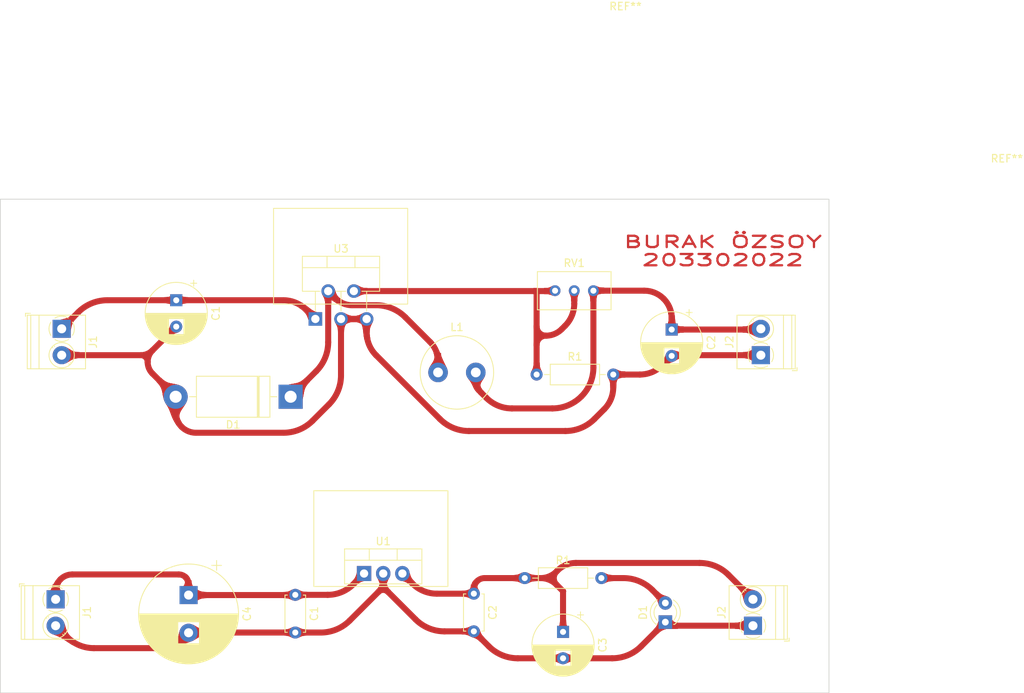
<source format=kicad_pcb>
(kicad_pcb (version 20211014) (generator pcbnew)
  (layers (0 "F.Cu" signal) (31 "B.Cu" signal) (34 "B.Paste" user) (35 "F.Paste" user) (36 "B.SilkS" user "B.Silkscreen") (37 "F.SilkS" user "F.Silkscreen") (38 "B.Mask" user) (39 "F.Mask" user) (44 "Edge.Cuts" user))
  (net 0 "")
  (net 1 "GND")
  (net 2 "VCC")
  (net 3 "Net-(C2-Pad1)")
  (net 4 "Net-(R1-Pad1)")
  (net 5 "Net-(D1-Pad1)")
  (footprint "Inductor_THT:L_Radial_D9.5mm_P5.00mm_Fastron_07HVP" (layer "F.Cu") (at 98.4142 45.9232)
    (fp_text reference "L1")
    (fp_text value "33uH")
  )
  (footprint "Heatsink:Heatsink_AAVID_TV5G_TO220_Horizontal" (layer "F.Cu") (at 90.8304 64.1604)
    (fp_text reference "REF**")
    (fp_text value "Heatsink_AAVID_TV5G_TO220_Horizontal")
  )
  (footprint "TerminalBlock_Phoenix:TerminalBlock_Phoenix_PT-1,5-2-3.5-H_1x02_P3.50mm_Horizontal" (layer "F.Cu") (at 48.514 40.1346 -90)
    (fp_text reference "J1")
    (fp_text value "Screw_Terminal_01x02")
  )
  (footprint "TerminalBlock_Phoenix:TerminalBlock_Phoenix_PT-1,5-2-3.5-H_1x02_P3.50mm_Horizontal" (layer "F.Cu") (at 140.1668 79.5274 90)
    (fp_text reference "J2")
    (fp_text value "Screw_Terminal_01x02")
  )
  (footprint "Package_TO_SOT_THT:TO-220-5_P3.4x3.7mm_StaggerOdd_Lead3.8mm_Vertical" (layer "F.Cu") (at 82.1472 38.829)
    (fp_text reference "U3")
    (fp_text value "LM2596T-ADJ")
  )
  (footprint "Capacitor_THT:CP_Radial_D8.0mm_P3.50mm" (layer "F.Cu") (at 114.9842 80.348 -90)
    (fp_text reference "C3")
    (fp_text value "220uF 25V")
  )
  (footprint "Capacitor_THT:CP_Radial_D8.0mm_P3.50mm" (layer "F.Cu") (at 63.7032 36.345749 -90)
    (fp_text reference "C1")
    (fp_text value "100uF")
  )
  (footprint "Capacitor_THT:C_Disc_D4.7mm_W2.5mm_P5.00mm" (layer "F.Cu") (at 103.159 75.2774 -90)
    (fp_text reference "C2")
    (fp_text value "100nF")
  )
  (footprint "LED_THT:LED_D3.0mm" (layer "F.Cu") (at 128.5478 79.0524 90)
    (fp_text reference "D1")
    (fp_text value "LED")
  )
  (footprint "Resistor_THT:R_Axial_DIN0207_L6.3mm_D2.5mm_P10.16mm_Horizontal" (layer "F.Cu") (at 111.4806 46.2026)
    (fp_text reference "R1")
    (fp_text value "1.21K")
  )
  (footprint "TerminalBlock_Phoenix:TerminalBlock_Phoenix_PT-1,5-2-3.5-H_1x02_P3.50mm_Horizontal" (layer "F.Cu") (at 47.7108 76.0274 -90)
    (fp_text reference "J1")
    (fp_text value "Screw_Terminal_01x02")
  )
  (footprint "Capacitor_THT:CP_Radial_D8.0mm_P3.50mm" (layer "F.Cu") (at 129.3876 40.231949 -90)
    (fp_text reference "C2")
    (fp_text value "220uF")
  )
  (footprint "Potentiometer_THT:Potentiometer_Bourns_3296W_Vertical" (layer "F.Cu") (at 119.009 35.0774)
    (fp_text reference "RV1")
    (fp_text value "50K")
  )
  (footprint "Resistor_THT:R_Axial_DIN0207_L6.3mm_D2.5mm_P10.16mm_Horizontal" (layer "F.Cu") (at 109.9042 73.2106)
    (fp_text reference "R1")
    (fp_text value "1K")
  )
  (footprint "Heatsink:Heatsink_AAVID_TV5G_TO220_Horizontal" (layer "F.Cu") (at 85.4964 26.6954)
    (fp_text reference "REF**")
    (fp_text value "Heatsink_AAVID_TV5G_TO220_Horizontal")
  )
  (footprint "Diode_THT:D_DO-201AD_P15.24mm_Horizontal" (layer "F.Cu") (at 78.867 49.149 180)
    (fp_text reference "D1")
    (fp_text value "1N5822")
  )
  (footprint "TerminalBlock_Phoenix:TerminalBlock_Phoenix_PT-1,5-2-3.5-H_1x02_P3.50mm_Horizontal" (layer "F.Cu") (at 141.2098 43.6346 90)
    (fp_text reference "J2")
    (fp_text value "Screw_Terminal_01x02")
  )
  (footprint "Capacitor_THT:C_Disc_D4.7mm_W2.5mm_P5.00mm" (layer "F.Cu") (at 79.4862 75.4324 -90)
    (fp_text reference "C1")
    (fp_text value "100nF")
  )
  (footprint "Capacitor_THT:CP_Radial_D13.0mm_P5.00mm" (layer "F.Cu") (at 65.3384 75.462185 -90)
    (fp_text reference "C4")
    (fp_text value "470uF 35V")
  )
  (footprint "Package_TO_SOT_THT:TO-220-3_Vertical" (layer "F.Cu") (at 88.6048 72.6036)
    (fp_text reference "U1")
    (fp_text value "L7812")
  )
  (gr_rect (start 40.386 22.9362) (end 150.241 88.4428) (layer "Edge.Cuts") (width 0.1) (fill none))
  (gr_text "BURAK ÖZSOY\n203302022" (at 136.1694 29.8196) (layer "F.Cu") (effects (font (size 1.5 2.5) (thickness 0.3))))
  (segment (start 87.1904 74.018) (end 88.6048 72.6036) (width 0.8) (layer "F.Cu") (net 0))
  (segment (start 65.3384 75.462185) (end 79.435353 75.462185) (width 0.8) (layer "F.Cu") (net 0))
  (segment (start 64.037584 72.7254) (end 49.922186 72.7254) (width 0.8) (layer "F.Cu") (net 0))
  (segment (start 65.3384 75.462185) (end 65.3384 74.026215) (width 0.8) (layer "F.Cu") (net 0))
  (segment (start 47.7108 74.936786) (end 47.7108 76.0274) (width 0.8) (layer "F.Cu") (net 0))
  (segment (start 83.775736 75.4324) (end 79.4862 75.4324) (width 0.8) (layer "F.Cu") (net 0))
  (segment (start 122.992036 73.2106) (end 120.0642 73.2106) (width 0.8) (layer "F.Cu") (net 0))
  (segment (start 126.839792 74.804392) (end 128.5478 76.5124) (width 0.8) (layer "F.Cu") (net 0))
  (arc (start 79.471307 75.447292) (mid 79.454811 75.458314) (end 79.435353 75.462185) (width 0.8) (layer "F.Cu") (net 0))
  (arc (start 64.037584 72.7254) (mid 64.535384 72.824418) (end 64.9574 73.1064) (width 0.8) (layer "F.Cu") (net 0))
  (arc (start 48.3585 73.3731) (mid 49.075925 72.893731) (end 49.922186 72.7254) (width 0.8) (layer "F.Cu") (net 0))
  (arc (start 79.471307 75.447292) (mid 79.487803 75.43627) (end 79.507261 75.4324) (width 0.8) (layer "F.Cu") (net 0))
  (arc (start 87.1904 74.018) (mid 85.623738 75.064809) (end 83.775736 75.4324) (width 0.8) (layer "F.Cu") (net 0))
  (arc (start 47.7108 74.936786) (mid 47.879131 74.090525) (end 48.3585 73.3731) (width 0.8) (layer "F.Cu") (net 0))
  (arc (start 65.3384 74.026215) (mid 65.239381 73.528414) (end 64.9574 73.1064) (width 0.8) (layer "F.Cu") (net 0))
  (arc (start 126.839792 74.804392) (mid 125.074426 73.624813) (end 122.992036 73.2106) (width 0.8) (layer "F.Cu") (net 0))
  (segment (start 49.1993 81.0159) (end 47.7108 79.5274) (width 0.8) (layer "F.Cu") (net 1))
  (segment (start 128.152274 44.967274) (end 129.1929 43.926645) (width 0.8) (layer "F.Cu") (net 1))
  (segment (start 63.627 49.149) (end 60.551363 46.073363) (width 0.8) (layer "F.Cu") (net 1))
  (segment (start 59.013474 43.6346) (end 48.514 43.6346) (width 0.8) (layer "F.Cu") (net 1))
  (segment (start 65.327229 80.473353) (end 65.319783 80.480799) (width 0.8) (layer "F.Cu") (net 1))
  (segment (start 90.508403 75.039996) (end 86.709792 78.838607) (width 0.8) (layer "F.Cu") (net 1))
  (segment (start 65.389246 80.4324) (end 79.4862 80.4324) (width 0.8) (layer "F.Cu") (net 1))
  (segment (start 65.334675 80.465907) (end 65.327229 80.473353) (width 0.8) (layer "F.Cu") (net 1))
  (segment (start 52.792856 82.5044) (end 61.85212 82.5044) (width 0.8) (layer "F.Cu") (net 1))
  (segment (start 105.135807 82.254207) (end 103.159 80.2774) (width 0.8) (layer "F.Cu") (net 1))
  (segment (start 129.358675 79.5274) (end 140.1668 79.5274) (width 0.8) (layer "F.Cu") (net 1))
  (segment (start 119.144992 52.101807) (end 120.437246 50.809552) (width 0.8) (layer "F.Cu") (net 1))
  (segment (start 85.5472 38.829) (end 88.9472 38.829) (width 0.8) (layer "F.Cu") (net 1))
  (segment (start 129.375429 43.744116) (end 129.351092 43.768453) (width 0.8) (layer "F.Cu") (net 1))
  (segment (start 91.781196 75.039996) (end 95.424807 78.683607) (width 0.8) (layer "F.Cu") (net 1))
  (segment (start 79.4862 80.4324) (end 82.862036 80.4324) (width 0.8) (layer "F.Cu") (net 1))
  (segment (start 65.353292 80.447292) (end 65.349568 80.451015) (width 0.8) (layer "F.Cu") (net 1))
  (segment (start 90.20585 43.64765) (end 98.660007 52.101807) (width 0.8) (layer "F.Cu") (net 1))
  (segment (start 83.953407 50.158592) (end 81.781592 52.330407) (width 0.8) (layer "F.Cu") (net 1))
  (segment (start 114.9842 83.848) (end 121.498236 83.848) (width 0.8) (layer "F.Cu") (net 1))
  (segment (start 85.5472 46.310836) (end 85.5472 38.829) (width 0.8) (layer "F.Cu") (net 1))
  (segment (start 129.290249 43.829296) (end 129.326755 43.79279) (width 0.8) (layer "F.Cu") (net 1))
  (segment (start 129.351092 43.768453) (end 129.326755 43.79279) (width 0.8) (layer "F.Cu") (net 1))
  (segment (start 121.6406 46.2026) (end 125.169934 46.2026) (width 0.8) (layer "F.Cu") (net 1))
  (segment (start 129.424105 43.695442) (end 129.399767 43.719779) (width 0.8) (layer "F.Cu") (net 1))
  (segment (start 128.3103 79.2899) (end 125.345992 82.254207) (width 0.8) (layer "F.Cu") (net 1))
  (segment (start 129.553785 43.6346) (end 141.2098 43.6346) (width 0.8) (layer "F.Cu") (net 1))
  (segment (start 102.507763 53.6956) (end 115.297236 53.6956) (width 0.8) (layer "F.Cu") (net 1))
  (segment (start 63.627 49.149) (end 63.627 51.235848) (width 0.8) (layer "F.Cu") (net 1))
  (segment (start 114.9842 83.848) (end 108.983563 83.848) (width 0.8) (layer "F.Cu") (net 1))
  (segment (start 121.6406 46.2026) (end 121.6406 47.904399) (width 0.8) (layer "F.Cu") (net 1))
  (segment (start 129.290249 43.829296) (end 129.1929 43.926645) (width 0.8) (layer "F.Cu") (net 1))
  (segment (start 66.315351 53.9242) (end 77.933836 53.9242) (width 0.8) (layer "F.Cu") (net 1))
  (segment (start 88.9472 40.609) (end 88.9472 38.829) (width 0.8) (layer "F.Cu") (net 1))
  (segment (start 91.1448 73.5036) (end 91.1448 72.6036) (width 0.8) (layer "F.Cu") (net 1))
  (segment (start 65.334675 80.465907) (end 65.342121 80.458461) (width 0.8) (layer "F.Cu") (net 1))
  (segment (start 64.317292 81.483292) (end 65.278828 80.521753) (width 0.8) (layer "F.Cu") (net 1))
  (segment (start 99.272563 80.2774) (end 103.159 80.2774) (width 0.8) (layer "F.Cu") (net 1))
  (segment (start 129.375429 43.744116) (end 129.399767 43.719779) (width 0.8) (layer "F.Cu") (net 1))
  (segment (start 129.424105 43.695442) (end 129.436274 43.683274) (width 0.8) (layer "F.Cu") (net 1))
  (segment (start 65.349568 80.451015) (end 65.342121 80.458461) (width 0.8) (layer "F.Cu") (net 1))
  (segment (start 60.551363 42.997585) (end 63.7032 39.845749) (width 0.8) (layer "F.Cu") (net 1))
  (segment (start 65.308613 80.491968) (end 65.319783 80.480799) (width 0.8) (layer "F.Cu") (net 1))
  (segment (start 65.308613 80.491968) (end 65.278828 80.521753) (width 0.8) (layer "F.Cu") (net 1))
  (arc (start 49.1993 81.0159) (mid 50.848037 82.117551) (end 52.792856 82.5044) (width 0.8) (layer "F.Cu") (net 1))
  (arc (start 88.9472 40.609) (mid 89.274312 42.253505) (end 90.20585 43.64765) (width 0.8) (layer "F.Cu") (net 1))
  (arc (start 65.389246 80.4324) (mid 65.369788 80.43627) (end 65.353292 80.447292) (width 0.8) (layer "F.Cu") (net 1))
  (arc (start 128.152274 44.967274) (mid 126.783965 45.881549) (end 125.169934 46.2026) (width 0.8) (layer "F.Cu") (net 1))
  (arc (start 86.709792 78.838607) (mid 84.944426 80.018186) (end 82.862036 80.4324) (width 0.8) (layer "F.Cu") (net 1))
  (arc (start 64.4144 53.1368) (mid 63.831638 52.264635) (end 63.627 51.235848) (width 0.8) (layer "F.Cu") (net 1))
  (arc (start 64.317292 81.483292) (mid 63.186261 82.239022) (end 61.85212 82.5044) (width 0.8) (layer "F.Cu") (net 1))
  (arc (start 119.144992 52.101807) (mid 117.379626 53.281386) (end 115.297236 53.6956) (width 0.8) (layer "F.Cu") (net 1))
  (arc (start 59.013474 43.6346) (mid 59.845773 43.469045) (end 60.551363 42.997585) (width 0.8) (layer "F.Cu") (net 1))
  (arc (start 121.498236 83.848) (mid 123.580626 83.433786) (end 125.345992 82.254207) (width 0.8) (layer "F.Cu") (net 1))
  (arc (start 60.551363 42.997585) (mid 60.079903 43.703174) (end 59.914349 44.535474) (width 0.8) (layer "F.Cu") (net 1))
  (arc (start 90.508403 75.039996) (mid 91.144799 74.776392) (end 91.781196 75.039996) (width 0.8) (layer "F.Cu") (net 1))
  (arc (start 129.553785 43.6346) (mid 129.490188 43.647249) (end 129.436274 43.683274) (width 0.8) (layer "F.Cu") (net 1))
  (arc (start 60.551363 46.073363) (mid 60.079903 45.367773) (end 59.914349 44.535474) (width 0.8) (layer "F.Cu") (net 1))
  (arc (start 95.424807 78.683607) (mid 97.190172 79.863186) (end 99.272563 80.2774) (width 0.8) (layer "F.Cu") (net 1))
  (arc (start 91.1448 73.5036) (mid 91.310193 74.335091) (end 91.781196 75.039996) (width 0.8) (layer "F.Cu") (net 1))
  (arc (start 105.135807 82.254207) (mid 106.901172 83.433786) (end 108.983563 83.848) (width 0.8) (layer "F.Cu") (net 1))
  (arc (start 64.4144 53.1368) (mid 65.286563 53.719561) (end 66.315351 53.9242) (width 0.8) (layer "F.Cu") (net 1))
  (arc (start 85.5472 46.310836) (mid 85.132986 48.393226) (end 83.953407 50.158592) (width 0.8) (layer "F.Cu") (net 1))
  (arc (start 129.358675 79.5274) (mid 129.048366 79.465675) (end 128.7853 79.2899) (width 0.8) (layer "F.Cu") (net 1))
  (arc (start 102.507763 53.6956) (mid 100.425372 53.281386) (end 98.660007 52.101807) (width 0.8) (layer "F.Cu") (net 1))
  (arc (start 59.013474 43.6346) (mid 59.650488 43.898459) (end 59.914349 44.535474) (width 0.8) (layer "F.Cu") (net 1))
  (arc (start 121.6406 47.904399) (mid 121.327858 49.476656) (end 120.437246 50.809552) (width 0.8) (layer "F.Cu") (net 1))
  (arc (start 91.1448 73.5036) (mid 90.979405 74.335091) (end 90.508403 75.039996) (width 0.8) (layer "F.Cu") (net 1))
  (arc (start 81.781592 52.330407) (mid 80.016226 53.509986) (end 77.933836 53.9242) (width 0.8) (layer "F.Cu") (net 1))
  (arc (start 128.3103 79.2899) (mid 128.5478 79.191524) (end 128.7853 79.2899) (width 0.8) (layer "F.Cu") (net 1))
  (segment (start 63.7032 36.345749) (end 77.908025 36.345749) (width 0.8) (layer "F.Cu") (net 2))
  (segment (start 48.514 40.1333) (end 48.514 40.1346) (width 0.8) (layer "F.Cu") (net 2))
  (segment (start 80.905574 37.587374) (end 82.1472 38.829) (width 0.8) (layer "F.Cu") (net 2))
  (segment (start 48.514919 40.13108) (end 50.706457 37.939541) (width 0.8) (layer "F.Cu") (net 2))
  (segment (start 63.7032 36.345749) (end 54.554214 36.345749) (width 0.8) (layer "F.Cu") (net 2))
  (arc (start 54.554214 36.345749) (mid 52.471823 36.759962) (end 50.706457 37.939541) (width 0.8) (layer "F.Cu") (net 2))
  (arc (start 77.908025 36.345749) (mid 79.530287 36.668436) (end 80.905574 37.587374) (width 0.8) (layer "F.Cu") (net 2))
  (arc (start 48.514919 40.13108) (mid 48.514238 40.132098) (end 48.514 40.1333) (width 0.8) (layer "F.Cu") (net 2))
  (segment (start 114.1204 72.3356) (end 114.25 72.206) (width 0.8) (layer "F.Cu") (net 3))
  (segment (start 103.4142 46.9065) (end 103.4142 45.9232) (width 0.8) (layer "F.Cu") (net 3))
  (segment (start 95.0217 73.9405) (end 93.6848 72.6036) (width 0.8) (layer "F.Cu") (net 3))
  (segment (start 136.934592 72.795192) (end 140.1668 76.0274) (width 0.8) (layer "F.Cu") (net 3))
  (segment (start 116.675318 71.2014) (end 133.086836 71.2014) (width 0.8) (layer "F.Cu") (net 3))
  (segment (start 104.109498 48.585098) (end 104.8185 49.2941) (width 0.8) (layer "F.Cu") (net 3))
  (segment (start 103.159 74.649073) (end 103.159 74.665319) (width 0.8) (layer "F.Cu") (net 3))
  (segment (start 141.161125 40.183274) (end 141.2098 40.1346) (width 0.8) (layer "F.Cu") (net 3))
  (segment (start 114.9842 74.979719) (end 114.9842 80.348) (width 0.8) (layer "F.Cu") (net 3))
  (segment (start 108.20878 50.6984) (end 113.571864 50.6984) (width 0.8) (layer "F.Cu") (net 3))
  (segment (start 109.9042 73.2106) (end 104.597473 73.2106) (width 0.8) (layer "F.Cu") (net 3))
  (segment (start 114.1204 74.0856) (end 114.9898 74.955) (width 0.8) (layer "F.Cu") (net 3))
  (segment (start 119.009 45.261264) (end 119.009 35.0774) (width 0.8) (layer "F.Cu") (net 3))
  (segment (start 98.249262 75.2774) (end 103.159 75.2774) (width 0.8) (layer "F.Cu") (net 3))
  (segment (start 109.9042 73.2106) (end 112.007963 73.2106) (width 0.8) (layer "F.Cu") (net 3))
  (segment (start 119.009 35.0774) (end 125.745316 35.0774) (width 0.8) (layer "F.Cu") (net 3))
  (segment (start 129.3876 40.231949) (end 129.3876 38.719683) (width 0.8) (layer "F.Cu") (net 3))
  (segment (start 141.043614 40.231949) (end 129.3876 40.231949) (width 0.8) (layer "F.Cu") (net 3))
  (arc (start 103.159 74.649073) (mid 103.268497 74.098593) (end 103.580319 73.631919) (width 0.8) (layer "F.Cu") (net 3))
  (arc (start 136.934592 72.795192) (mid 135.169226 71.615613) (end 133.086836 71.2014) (width 0.8) (layer "F.Cu") (net 3))
  (arc (start 128.3208 36.1442) (mid 127.139158 35.354652) (end 125.745316 35.0774) (width 0.8) (layer "F.Cu") (net 3))
  (arc (start 114.1204 72.3356) (mid 113.757963 73.2106) (end 114.1204 74.0856) (width 0.8) (layer "F.Cu") (net 3))
  (arc (start 104.8185 49.2941) (mid 106.373973 50.333434) (end 108.20878 50.6984) (width 0.8) (layer "F.Cu") (net 3))
  (arc (start 114.9898 74.9662) (mid 114.992119 74.9606) (end 114.9898 74.955) (width 0.8) (layer "F.Cu") (net 3))
  (arc (start 117.4165 49.1059) (mid 115.652566 50.284522) (end 113.571864 50.6984) (width 0.8) (layer "F.Cu") (net 3))
  (arc (start 114.9842 74.979719) (mid 114.985655 74.972402) (end 114.9898 74.9662) (width 0.8) (layer "F.Cu") (net 3))
  (arc (start 104.109498 48.585098) (mid 103.594902 47.81495) (end 103.4142 46.9065) (width 0.8) (layer "F.Cu") (net 3))
  (arc (start 112.007963 73.2106) (mid 113.151205 72.983194) (end 114.1204 72.3356) (width 0.8) (layer "F.Cu") (net 3))
  (arc (start 112.007963 73.2106) (mid 113.151205 73.438005) (end 114.1204 74.0856) (width 0.8) (layer "F.Cu") (net 3))
  (arc (start 141.043614 40.231949) (mid 141.10721 40.219298) (end 141.161125 40.183274) (width 0.8) (layer "F.Cu") (net 3))
  (arc (start 128.3208 36.1442) (mid 129.110347 37.325841) (end 129.3876 38.719683) (width 0.8) (layer "F.Cu") (net 3))
  (arc (start 95.0217 73.9405) (mid 96.502518 74.929951) (end 98.249262 75.2774) (width 0.8) (layer "F.Cu") (net 3))
  (arc (start 104.597473 73.2106) (mid 104.046993 73.320097) (end 103.580319 73.631919) (width 0.8) (layer "F.Cu") (net 3))
  (arc (start 116.675318 71.2014) (mid 115.362745 71.462487) (end 114.25 72.206) (width 0.8) (layer "F.Cu") (net 3))
  (arc (start 117.4165 49.1059) (mid 118.595122 47.341966) (end 119.009 45.261264) (width 0.8) (layer "F.Cu") (net 3))
  (segment (start 111.428757 35.129) (end 113.840913 35.129) (width 0.8) (layer "F.Cu") (net 4))
  (segment (start 111.4806 35.431157) (end 111.4806 39.8145) (width 0.8) (layer "F.Cu") (net 4))
  (segment (start 115.25122 39.739579) (end 114.815484 40.175314) (width 0.8) (layer "F.Cu") (net 4))
  (segment (start 111.4806 42.2783) (end 111.4806 39.8145) (width 0.8) (layer "F.Cu") (net 4))
  (segment (start 113.9032 35.1032) (end 113.929 35.0774) (width 0.8) (layer "F.Cu") (net 4))
  (segment (start 111.4806 42.2783) (end 111.4806 46.2026) (width 0.8) (layer "F.Cu") (net 4))
  (segment (start 111.428757 35.129) (end 111.178442 35.129) (width 0.8) (layer "F.Cu") (net 4))
  (segment (start 116.469 36.7996) (end 116.469 35.0774) (width 0.8) (layer "F.Cu") (net 4))
  (segment (start 111.178442 35.129) (end 87.2472 35.129) (width 0.8) (layer "F.Cu") (net 4))
  (arc (start 111.4806 35.431157) (mid 111.457599 35.315526) (end 111.3921 35.2175) (width 0.8) (layer "F.Cu") (net 4))
  (arc (start 111.3921 35.2175) (mid 111.294072 35.152) (end 111.178442 35.129) (width 0.8) (layer "F.Cu") (net 4))
  (arc (start 111.428757 35.129) (mid 111.380861 35.161002) (end 111.3921 35.2175) (width 0.8) (layer "F.Cu") (net 4))
  (arc (start 112.7125 41.0464) (mid 111.841415 41.407215) (end 111.4806 42.2783) (width 0.8) (layer "F.Cu") (net 4))
  (arc (start 112.7125 41.0464) (mid 113.850626 40.820012) (end 114.815484 40.175314) (width 0.8) (layer "F.Cu") (net 4))
  (arc (start 116.469 36.7996) (mid 116.152509 38.390705) (end 115.25122 39.739579) (width 0.8) (layer "F.Cu") (net 4))
  (arc (start 113.9032 35.1032) (mid 113.874622 35.122294) (end 113.840913 35.129) (width 0.8) (layer "F.Cu") (net 4))
  (arc (start 112.7125 41.0464) (mid 111.841415 40.685584) (end 111.4806 39.8145) (width 0.8) (layer "F.Cu") (net 4))
  (segment (start 90.227436 37.0078) (end 87.054512 37.0078) (width 0.8) (layer "F.Cu") (net 5))
  (segment (start 82.253407 45.762592) (end 78.867 49.149) (width 0.8) (layer "F.Cu") (net 5))
  (segment (start 94.075192 38.601592) (end 97.359691 41.886091) (width 0.8) (layer "F.Cu") (net 5))
  (segment (start 83.8472 35.129) (end 83.8472 41.914836) (width 0.8) (layer "F.Cu") (net 5))
  (segment (start 98.4142 44.4319) (end 98.4142 45.9232) (width 0.8) (layer "F.Cu") (net 5))
  (segment (start 84.7866 36.0684) (end 83.8472 35.129) (width 0.8) (layer "F.Cu") (net 5))
  (arc (start 84.7866 36.0684) (mid 85.827126 36.763657) (end 87.054512 37.0078) (width 0.8) (layer "F.Cu") (net 5))
  (arc (start 90.227436 37.0078) (mid 92.309826 37.422013) (end 94.075192 38.601592) (width 0.8) (layer "F.Cu") (net 5))
  (arc (start 83.8472 41.914836) (mid 83.432986 43.997226) (end 82.253407 45.762592) (width 0.8) (layer "F.Cu") (net 5))
  (arc (start 98.4142 44.4319) (mid 98.140142 43.054118) (end 97.359691 41.886091) (width 0.8) (layer "F.Cu") (net 5))
  (zone (net 2) (net_name "VCC") (layer "F.Cu") (priority 16962) (connect_pads yes (clearance 0)) (min_thickness 0.0254) (fill yes (thermal_gap 0.508) (thermal_bridge_width 0.508))
    (polygon (pts (xy 79.989753 37.35914) (xy 80.242621 37.53031) (xy 80.4517 37.689737) (xy 80.62323 37.842269) (xy 80.763457 37.992757) (xy 80.878622 38.146051) (xy 80.97497 38.307001) (xy 81.058742 38.480456) (xy 81.136184 38.671267) (xy 81.213537 38.884284) (xy 81.297045 39.124357) (xy 82.465398 39.147198) (xy 82.442557 37.978845) (xy 82.18763 37.881847) (xy 81.972774 37.783029) (xy 81.78738 37.680391) (xy 81.620841 37.571932) (xy 81.462549 37.455654) (xy 81.301897 37.329555) (xy 81.128278 37.191636) (xy 80.931083 37.039897) (xy 80.699706 36.872337) (xy 80.423539 36.686958)))
  )
  (zone (net 1) (net_name "GND") (layer "F.Cu") (priority 16962) (connect_pads yes (clearance 0)) (min_thickness 0.0254) (fill yes (thermal_gap 0.508) (thermal_bridge_width 0.508))
    (polygon (pts (xy 87.1572 39.229) (xy 87.358799 39.233451) (xy 87.530628 39.246649) (xy 87.678697 39.26836) (xy 87.809019 39.298349) (xy 87.927605 39.336382) (xy 88.040466 39.382224) (xy 88.153614 39.435641) (xy 88.273062 39.496399) (xy 88.40482 39.564263) (xy 88.5549 39.639) (xy 89.3972 38.829) (xy 88.5549 38.019) (xy 88.40482 38.093736) (xy 88.273062 38.1616) (xy 88.153614 38.222358) (xy 88.040466 38.275775) (xy 87.927605 38.321617) (xy 87.809019 38.35965) (xy 87.678697 38.389639) (xy 87.530628 38.41135) (xy 87.358799 38.424548) (xy 87.1572 38.429)))
  )
  (zone (net 4) (net_name "Net-(R1-Pad1)") (layer "F.Cu") (priority 16962) (connect_pads yes (clearance 0)) (min_thickness 0.0254) (fill yes (thermal_gap 0.508) (thermal_bridge_width 0.508))
    (polygon (pts (xy 111.0806 44.6126) (xy 111.077674 44.790643) (xy 111.068776 44.943512) (xy 111.053721 45.076152) (xy 111.032328 45.193513) (xy 111.004413 45.300542) (xy 110.969792 45.402188) (xy 110.928284 45.503397) (xy 110.879704 45.609118) (xy 110.82387 45.724299) (xy 110.7606 45.853889) (xy 111.4806 46.6026) (xy 112.2006 45.853889) (xy 112.137329 45.724299) (xy 112.081495 45.609118) (xy 112.032915 45.503397) (xy 111.991407 45.402188) (xy 111.956786 45.300542) (xy 111.928871 45.193513) (xy 111.907478 45.076152) (xy 111.892423 44.943512) (xy 111.883525 44.790643) (xy 111.8806 44.6126)))
  )
  (zone (net 1) (net_name "GND") (layer "F.Cu") (priority 16962) (connect_pads yes (clearance 0)) (min_thickness 0.0254) (fill yes (thermal_gap 0.508) (thermal_bridge_width 0.508))
    (polygon (pts (xy 130.983785 43.2346) (xy 130.794727 43.232088) (xy 130.632614 43.224517) (xy 130.49195 43.211829) (xy 130.367241 43.193966) (xy 130.252993 43.170873) (xy 130.14371 43.142491) (xy 130.033899 43.108765) (xy 129.918065 43.069638) (xy 129.790714 43.025051) (xy 129.646351 42.97495) (xy 128.990557 43.780495) (xy 129.821117 44.404305) (xy 129.936867 44.329691) (xy 130.040969 44.264305) (xy 130.137835 44.207825) (xy 130.231875 44.159925) (xy 130.3275 44.120282) (xy 130.429121 44.088573) (xy 130.541149 44.064474) (xy 130.667995 44.047661) (xy 130.81407 44.037811) (xy 130.983785 44.0346)))
  )
  (zone (net 1) (net_name "GND") (layer "F.Cu") (priority 16962) (connect_pads yes (clearance 0)) (min_thickness 0.0254) (fill yes (thermal_gap 0.508) (thermal_bridge_width 0.508))
    (polygon (pts (xy 63.511627 82.532261) (xy 63.812455 82.390076) (xy 64.068096 82.26954) (xy 64.288929 82.166579) (xy 64.485337 82.077118) (xy 64.667701 81.997084) (xy 64.846402 81.922402) (xy 65.031822 81.849) (xy 65.234342 81.772802) (xy 65.464344 81.689735) (xy 65.732209 81.595725) (xy 65.762664 80.037922) (xy 64.204861 80.068374) (xy 64.131975 80.302974) (xy 64.076674 80.520042) (xy 64.029815 80.721107) (xy 63.982253 80.907696) (xy 63.924842 81.08134) (xy 63.848439 81.243566) (xy 63.7439 81.395903) (xy 63.602079 81.539879) (xy 63.413832 81.677024) (xy 63.170015 81.808867)))
  )
  (zone (net 0) (net_name "") (layer "F.Cu") (priority 16962) (connect_pads yes (clearance 0)) (min_thickness 0.0254) (fill yes (thermal_gap 0.508) (thermal_bridge_width 0.508))
    (polygon (pts (xy 87.542373 74.231712) (xy 87.698134 74.08334) (xy 87.838236 73.964995) (xy 87.967031 73.871712) (xy 88.088868 73.798525) (xy 88.208097 73.740468) (xy 88.329069 73.692576) (xy 88.456134 73.649884) (xy 88.593642 73.607425) (xy 88.745942 73.560234) (xy 88.917387 73.503347) (xy 88.941559 72.266841) (xy 87.705053 72.291013) (xy 87.648165 72.462457) (xy 87.600974 72.614757) (xy 87.558515 72.752265) (xy 87.515823 72.87933) (xy 87.467931 73.000302) (xy 87.409874 73.119531) (xy 87.336687 73.241368) (xy 87.243404 73.370163) (xy 87.125059 73.510265) (xy 86.976688 73.666027)))
  )
  (zone (net 3) (net_name "Net-(C2-Pad1)") (layer "F.Cu") (priority 16962) (connect_pads yes (clearance 0)) (min_thickness 0.0254) (fill yes (thermal_gap 0.508) (thermal_bridge_width 0.508))
    (polygon (pts (xy 111.4942 72.8106) (xy 111.316156 72.807674) (xy 111.163287 72.798776) (xy 111.030647 72.783721) (xy 110.913286 72.762328) (xy 110.806257 72.734413) (xy 110.704611 72.699792) (xy 110.603402 72.658284) (xy 110.497681 72.609704) (xy 110.3825 72.55387) (xy 110.252911 72.4906) (xy 109.5042 73.2106) (xy 110.252911 73.9306) (xy 110.3825 73.867329) (xy 110.497681 73.811495) (xy 110.603402 73.762915) (xy 110.704611 73.721407) (xy 110.806257 73.686786) (xy 110.913286 73.658871) (xy 111.030647 73.637478) (xy 111.163287 73.622423) (xy 111.316156 73.613525) (xy 111.4942 73.6106)))
  )
  (zone (net 1) (net_name "GND") (layer "F.Cu") (priority 16962) (connect_pads yes (clearance 0)) (min_thickness 0.0254) (fill yes (thermal_gap 0.508) (thermal_bridge_width 0.508))
    (polygon (pts (xy 123.2306 45.8026) (xy 123.052556 45.799674) (xy 122.899687 45.790776) (xy 122.767047 45.775721) (xy 122.649686 45.754328) (xy 122.542657 45.726413) (xy 122.441011 45.691792) (xy 122.339802 45.650284) (xy 122.234081 45.601704) (xy 122.1189 45.54587) (xy 121.989311 45.4826) (xy 121.2406 46.2026) (xy 121.989311 46.9226) (xy 122.1189 46.859329) (xy 122.234081 46.803495) (xy 122.339802 46.754915) (xy 122.441011 46.713407) (xy 122.542657 46.678786) (xy 122.649686 46.650871) (xy 122.767047 46.629478) (xy 122.899687 46.614423) (xy 123.052556 46.605525) (xy 123.2306 46.6026)))
  )
  (zone (net 1) (net_name "GND") (layer "F.Cu") (priority 16962) (connect_pads yes (clearance 0)) (min_thickness 0.0254) (fill yes (thermal_gap 0.508) (thermal_bridge_width 0.508))
    (polygon (pts (xy 116.5742 83.448) (xy 116.396156 83.445074) (xy 116.243287 83.436176) (xy 116.110647 83.421121) (xy 115.993286 83.399728) (xy 115.886257 83.371813) (xy 115.784611 83.337192) (xy 115.683402 83.295684) (xy 115.577681 83.247104) (xy 115.4625 83.19127) (xy 115.332911 83.128) (xy 114.5842 83.848) (xy 115.332911 84.568) (xy 115.4625 84.504729) (xy 115.577681 84.448895) (xy 115.683402 84.400315) (xy 115.784611 84.358807) (xy 115.886257 84.324186) (xy 115.993286 84.296271) (xy 116.110647 84.274878) (xy 116.243287 84.259823) (xy 116.396156 84.250925) (xy 116.5742 84.248)))
  )
  (zone (net 5) (net_name "Net-(D1-Pad1)") (layer "F.Cu") (priority 16962) (connect_pads yes (clearance 0)) (min_thickness 0.0254) (fill yes (thermal_gap 0.508) (thermal_bridge_width 0.508))
    (polygon (pts (xy 80.839826 46.610488) (xy 80.567696 46.860915) (xy 80.319498 47.047114) (xy 80.088119 47.180862) (xy 79.866447 47.273932) (xy 79.647368 47.338103) (xy 79.423769 47.385149) (xy 79.188538 47.426848) (xy 78.934561 47.474974) (xy 78.654726 47.541304) (xy 78.34192 47.637614) (xy 78.301315 49.714685) (xy 80.378386 49.67408) (xy 80.474695 49.361273) (xy 80.541025 49.081438) (xy 80.589151 48.827461) (xy 80.63085 48.59223) (xy 80.677896 48.368631) (xy 80.742067 48.149552) (xy 80.835138 47.927879) (xy 80.968885 47.696501) (xy 81.155084 47.448303) (xy 81.405512 47.176173)))
  )
  (zone (net 3) (net_name "Net-(C2-Pad1)") (layer "F.Cu") (priority 16962) (connect_pads yes (clearance 0)) (min_thickness 0.0254) (fill yes (thermal_gap 0.508) (thermal_bridge_width 0.508))
    (polygon (pts (xy 103.169405 73.491228) (xy 103.052049 73.650057) (xy 102.965408 73.795152) (xy 102.902477 73.929114) (xy 102.856253 74.054543) (xy 102.819733 74.17404) (xy 102.785915 74.290206) (xy 102.747794 74.405641) (xy 102.698367 74.522946) (xy 102.630632 74.644722) (xy 102.537586 74.773571) (xy 103.134386 75.676641) (xy 103.899094 74.973656) (xy 103.851355 74.868045) (xy 103.80065 74.768685) (xy 103.751167 74.673877) (xy 103.707094 74.581923) (xy 103.67262 74.491126) (xy 103.651932 74.399787) (xy 103.649219 74.306208) (xy 103.668671 74.208692) (xy 103.714474 74.10554) (xy 103.790819 73.995056)))
  )
  (zone (net 1) (net_name "GND") (layer "F.Cu") (priority 16962) (connect_pads yes (clearance 0)) (min_thickness 0.0254) (fill yes (thermal_gap 0.508) (thermal_bridge_width 0.508))
    (polygon (pts (xy 87.3372 38.429) (xy 87.1356 38.424548) (xy 86.963771 38.41135) (xy 86.815702 38.389639) (xy 86.68538 38.35965) (xy 86.566794 38.321617) (xy 86.453933 38.275775) (xy 86.340785 38.222358) (xy 86.221337 38.1616) (xy 86.089579 38.093736) (xy 85.9395 38.019) (xy 85.0972 38.829) (xy 85.9395 39.639) (xy 86.089579 39.564263) (xy 86.221337 39.496399) (xy 86.340785 39.435641) (xy 86.453933 39.382224) (xy 86.566794 39.336382) (xy 86.68538 39.298349) (xy 86.815702 39.26836) (xy 86.963771 39.246649) (xy 87.1356 39.233451) (xy 87.3372 39.229)))
  )
  (zone (net 1) (net_name "GND") (layer "F.Cu") (priority 16962) (connect_pads yes (clearance 0)) (min_thickness 0.0254) (fill yes (thermal_gap 0.508) (thermal_bridge_width 0.508))
    (polygon (pts (xy 77.8962 80.8324) (xy 78.074243 80.835325) (xy 78.227112 80.844223) (xy 78.359752 80.859278) (xy 78.477113 80.880671) (xy 78.584142 80.908586) (xy 78.685788 80.943207) (xy 78.786997 80.984715) (xy 78.892718 81.033295) (xy 79.007899 81.089129) (xy 79.137489 81.1524) (xy 79.8862 80.4324) (xy 79.137489 79.7124) (xy 79.007899 79.77567) (xy 78.892718 79.831504) (xy 78.786997 79.880084) (xy 78.685788 79.921592) (xy 78.584142 79.956213) (xy 78.477113 79.984128) (xy 78.359752 80.005521) (xy 78.227112 80.020576) (xy 78.074243 80.029474) (xy 77.8962 80.0324)))
  )
  (zone (net 1) (net_name "GND") (layer "F.Cu") (priority 16962) (connect_pads yes (clearance 0)) (min_thickness 0.0254) (fill yes (thermal_gap 0.508) (thermal_bridge_width 0.508))
    (polygon (pts (xy 87.3372 38.429) (xy 87.1356 38.424548) (xy 86.963771 38.41135) (xy 86.815702 38.389639) (xy 86.68538 38.35965) (xy 86.566794 38.321617) (xy 86.453933 38.275775) (xy 86.340785 38.222358) (xy 86.221337 38.1616) (xy 86.089579 38.093736) (xy 85.9395 38.019) (xy 85.0972 38.829) (xy 85.9395 39.639) (xy 86.089579 39.564263) (xy 86.221337 39.496399) (xy 86.340785 39.435641) (xy 86.453933 39.382224) (xy 86.566794 39.336382) (xy 86.68538 39.298349) (xy 86.815702 39.26836) (xy 86.963771 39.246649) (xy 87.1356 39.233451) (xy 87.3372 39.229)))
  )
  (zone (net 2) (net_name "VCC") (layer "F.Cu") (priority 16962) (connect_pads yes (clearance 0)) (min_thickness 0.0254) (fill yes (thermal_gap 0.508) (thermal_bridge_width 0.508))
    (polygon (pts (xy 65.2932 35.945749) (xy 65.115156 35.942823) (xy 64.962287 35.933925) (xy 64.829647 35.91887) (xy 64.712286 35.897477) (xy 64.605257 35.869562) (xy 64.503611 35.834941) (xy 64.402402 35.793433) (xy 64.296681 35.744853) (xy 64.1815 35.689019) (xy 64.051911 35.625749) (xy 63.3032 36.345749) (xy 64.051911 37.065749) (xy 64.1815 37.002478) (xy 64.296681 36.946644) (xy 64.402402 36.898064) (xy 64.503611 36.856556) (xy 64.605257 36.821935) (xy 64.712286 36.79402) (xy 64.829647 36.772627) (xy 64.962287 36.757572) (xy 65.115156 36.748674) (xy 65.2932 36.745749)))
  )
  (zone (net 0) (net_name "") (layer "F.Cu") (priority 16962) (connect_pads yes (clearance 0)) (min_thickness 0.0254) (fill yes (thermal_gap 0.508) (thermal_bridge_width 0.508))
    (polygon (pts (xy 64.581524 73.308163) (xy 64.741819 73.45864) (xy 64.83195 73.60949) (xy 64.862177 73.761625) (xy 64.842761 73.915956) (xy 64.783964 74.073396) (xy 64.696047 74.234855) (xy 64.589271 74.401245) (xy 64.473896 74.573478) (xy 64.360186 74.752465) (xy 64.2584 74.939118) (xy 65.3384 76.062185) (xy 66.062996 74.50565) (xy 65.885536 74.341012) (xy 65.767317 74.169465) (xy 65.69259 73.992025) (xy 65.645609 73.809711) (xy 65.610629 73.623541) (xy 65.571901 73.434533) (xy 65.513679 73.243703) (xy 65.420218 73.052072) (xy 65.275769 72.860655) (xy 65.064588 72.670473)))
  )
  (zone (net 1) (net_name "GND") (layer "F.Cu") (priority 16962) (connect_pads yes (clearance 0)) (min_thickness 0.0254) (fill yes (thermal_gap 0.508) (thermal_bridge_width 0.508))
    (polygon (pts (xy 128.546144 45.139091) (xy 128.674108 45.015263) (xy 128.788494 44.913461) (xy 128.89293 44.830315) (xy 128.991044 44.762456) (xy 129.086464 44.706514) (xy 129.182818 44.65912) (xy 129.283734 44.616905) (xy 129.392841 44.5765) (xy 129.513767 44.534535) (xy 129.65014 44.487642) (xy 129.670442 43.449107) (xy 128.631907 43.469409) (xy 128.585013 43.605781) (xy 128.543048 43.726707) (xy 128.502643 43.835814) (xy 128.460428 43.93673) (xy 128.413034 44.033084) (xy 128.357092 44.128504) (xy 128.289233 44.226618) (xy 128.206087 44.331054) (xy 128.104285 44.44544) (xy 127.980458 44.573405)))
  )
  (zone (net 2) (net_name "VCC") (layer "F.Cu") (priority 16962) (connect_pads yes (clearance 0)) (min_thickness 0.0254) (fill yes (thermal_gap 0.508) (thermal_bridge_width 0.508))
    (polygon (pts (xy 49.92206 38.158253) (xy 49.722068 38.345397) (xy 49.540861 38.489507) (xy 49.37303 38.598154) (xy 49.213165 38.678908) (xy 49.055861 38.739341) (xy 48.895707 38.787024) (xy 48.727296 38.829526) (xy 48.545221 38.874421) (xy 48.344072 38.929278) (xy 48.118442 39.001669) (xy 48.090391 40.559517) (xy 49.648146 40.526662) (xy 49.719772 40.301061) (xy 49.774003 40.099938) (xy 49.818389 39.917889) (xy 49.860483 39.749514) (xy 49.907835 39.589412) (xy 49.967995 39.43218) (xy 50.048516 39.272418) (xy 50.156947 39.104725) (xy 50.300839 38.923698) (xy 50.487745 38.723938)))
  )
  (zone (net 1) (net_name "GND") (layer "F.Cu") (priority 16962) (connect_pads yes (clearance 0)) (min_thickness 0.0254) (fill yes (thermal_gap 0.508) (thermal_bridge_width 0.508))
    (polygon (pts (xy 127.553697 80.612188) (xy 127.700861 80.471215) (xy 127.8329 80.357575) (xy 127.953968 80.266852) (xy 128.068218 80.194631) (xy 128.179805 80.136496) (xy 128.292881 80.088031) (xy 128.4116 80.04482) (xy 128.540117 80.002447) (xy 128.682584 79.956497) (xy 128.843157 79.902555) (xy 128.865998 78.734202) (xy 127.697645 78.757043) (xy 127.643702 78.917615) (xy 127.597752 79.060082) (xy 127.55538 79.188599) (xy 127.512168 79.307318) (xy 127.463703 79.420395) (xy 127.405568 79.531981) (xy 127.333347 79.646231) (xy 127.242624 79.767299) (xy 127.128984 79.899338) (xy 126.988012 80.046503)))
  )
  (zone (net 5) (net_name "Net-(D1-Pad1)") (layer "F.Cu") (priority 16962) (connect_pads yes (clearance 0)) (min_thickness 0.0254) (fill yes (thermal_gap 0.508) (thermal_bridge_width 0.508))
    (polygon (pts (xy 98.0142 43.3332) (xy 98.003539 43.630385) (xy 97.972872 43.879274) (xy 97.924174 44.090074) (xy 97.859418 44.272992) (xy 97.780578 44.438233) (xy 97.689628 44.596006) (xy 97.588541 44.756516) (xy 97.479291 44.929971) (xy 97.363853 45.126578) (xy 97.2442 45.356544) (xy 98.4142 46.5732) (xy 99.5842 45.356544) (xy 99.464546 45.126578) (xy 99.349108 44.929971) (xy 99.239858 44.756516) (xy 99.138771 44.596006) (xy 99.047821 44.438233) (xy 98.968981 44.272992) (xy 98.904225 44.090074) (xy 98.855527 43.879274) (xy 98.82486 43.630385) (xy 98.8142 43.3332)))
  )
  (zone (net 1) (net_name "GND") (layer "F.Cu") (priority 16962) (connect_pads yes (clearance 0)) (min_thickness 0.0254) (fill yes (thermal_gap 0.508) (thermal_bridge_width 0.508))
    (polygon (pts (xy 62.861744 41.252891) (xy 62.989708 41.129063) (xy 63.104094 41.027261) (xy 63.20853 40.944115) (xy 63.306644 40.876256) (xy 63.402064 40.820314) (xy 63.498418 40.77292) (xy 63.599334 40.730705) (xy 63.708441 40.6903) (xy 63.829367 40.648335) (xy 63.96574 40.601442) (xy 63.986042 39.562907) (xy 62.947507 39.583209) (xy 62.900613 39.719581) (xy 62.858648 39.840507) (xy 62.818243 39.949614) (xy 62.776028 40.05053) (xy 62.728634 40.146884) (xy 62.672692 40.242304) (xy 62.604833 40.340418) (xy 62.521687 40.444854) (xy 62.419885 40.55924) (xy 62.296058 40.687205)))
  )
  (zone (net 3) (net_name "Net-(C2-Pad1)") (layer "F.Cu") (priority 16962) (connect_pads yes (clearance 0)) (min_thickness 0.0254) (fill yes (thermal_gap 0.508) (thermal_bridge_width 0.508))
    (polygon (pts (xy 104.261516 48.157828) (xy 104.126315 47.960179) (xy 104.054092 47.778762) (xy 104.035485 47.609381) (xy 104.061134 47.447844) (xy 104.121679 47.289955) (xy 104.207759 47.131522) (xy 104.310015 46.968351) (xy 104.419086 46.796248) (xy 104.525611 46.611018) (xy 104.620231 46.40847) (xy 103.369723 45.274724) (xy 102.408801 46.747319) (xy 102.57411 46.960532) (xy 102.705216 47.151805) (xy 102.811452 47.327578) (xy 102.902153 47.49429) (xy 102.986652 47.658383) (xy 103.074284 47.826298) (xy 103.174382 48.004474) (xy 103.296279 48.199352) (xy 103.44931 48.417373) (xy 103.64281 48.664978)))
  )
  (zone (net 1) (net_name "GND") (layer "F.Cu") (priority 16962) (connect_pads yes (clearance 0)) (min_thickness 0.0254) (fill yes (thermal_gap 0.508) (thermal_bridge_width 0.508))
    (polygon (pts (xy 104.566142 81.118856) (xy 104.442314 80.990891) (xy 104.340512 80.876505) (xy 104.257366 80.772069) (xy 104.189507 80.673955) (xy 104.133565 80.578535) (xy 104.086171 80.482181) (xy 104.043956 80.381265) (xy 104.003551 80.272158) (xy 103.961586 80.151232) (xy 103.914693 80.01486) (xy 102.876158 79.994558) (xy 102.89646 81.033093) (xy 103.032832 81.079986) (xy 103.153758 81.121951) (xy 103.262865 81.162356) (xy 103.363781 81.204571) (xy 103.460135 81.251965) (xy 103.555555 81.307907) (xy 103.653669 81.375766) (xy 103.758105 81.458912) (xy 103.872491 81.560714) (xy 104.000456 81.684542)))
  )
  (zone (net 4) (net_name "Net-(R1-Pad1)") (layer "F.Cu") (priority 16962) (connect_pads yes (clearance 0)) (min_thickness 0.0254) (fill yes (thermal_gap 0.508) (thermal_bridge_width 0.508))
    (polygon (pts (xy 116.869 36.5074) (xy 116.870729 36.347993) (xy 116.876252 36.21007) (xy 116.886067 36.089558) (xy 116.900676 35.982382) (xy 116.920578 35.884468) (xy 116.946274 35.791743) (xy 116.978263 35.700131) (xy 117.017048 35.605559) (xy 117.063126 35.503953) (xy 117.117 35.39124) (xy 116.469 34.7174) (xy 115.821 35.39124) (xy 115.874873 35.503953) (xy 115.920951 35.605559) (xy 115.959736 35.700131) (xy 115.991725 35.791743) (xy 116.017421 35.884468) (xy 116.037323 35.982382) (xy 116.051932 36.089558) (xy 116.061747 36.21007) (xy 116.06727 36.347993) (xy 116.069 36.5074)))
  )
  (zone (net 5) (net_name "Net-(D1-Pad1)") (layer "F.Cu") (priority 16962) (connect_pads yes (clearance 0)) (min_thickness 0.0254) (fill yes (thermal_gap 0.508) (thermal_bridge_width 0.508))
    (polygon (pts (xy 84.2472 36.919) (xy 84.251651 36.7174) (xy 84.264849 36.545571) (xy 84.28656 36.397502) (xy 84.316549 36.26718) (xy 84.354582 36.148594) (xy 84.400424 36.035733) (xy 84.453841 35.922585) (xy 84.514599 35.803137) (xy 84.582463 35.671379) (xy 84.6572 35.5213) (xy 83.8472 34.679) (xy 83.0372 35.5213) (xy 83.111936 35.671379) (xy 83.1798 35.803137) (xy 83.240558 35.922585) (xy 83.293975 36.035733) (xy 83.339817 36.148594) (xy 83.37785 36.26718) (xy 83.407839 36.397502) (xy 83.42955 36.545571) (xy 83.442748 36.7174) (xy 83.4472 36.919)))
  )
  (zone (net 1) (net_name "GND") (layer "F.Cu") (priority 16962) (connect_pads yes (clearance 0)) (min_thickness 0.0254) (fill yes (thermal_gap 0.508) (thermal_bridge_width 0.508))
    (polygon (pts (xy 123.2306 45.8026) (xy 123.052556 45.799674) (xy 122.899687 45.790776) (xy 122.767047 45.775721) (xy 122.649686 45.754328) (xy 122.542657 45.726413) (xy 122.441011 45.691792) (xy 122.339802 45.650284) (xy 122.234081 45.601704) (xy 122.1189 45.54587) (xy 121.989311 45.4826) (xy 121.2406 46.2026) (xy 121.989311 46.9226) (xy 122.1189 46.859329) (xy 122.234081 46.803495) (xy 122.339802 46.754915) (xy 122.441011 46.713407) (xy 122.542657 46.678786) (xy 122.649686 46.650871) (xy 122.767047 46.629478) (xy 122.899687 46.614423) (xy 123.052556 46.605525) (xy 123.2306 46.6026)))
  )
  (zone (net 3) (net_name "Net-(C2-Pad1)") (layer "F.Cu") (priority 16962) (connect_pads yes (clearance 0)) (min_thickness 0.0254) (fill yes (thermal_gap 0.508) (thermal_bridge_width 0.508))
    (polygon (pts (xy 95.312912 73.666027) (xy 95.16454 73.510265) (xy 95.046195 73.370163) (xy 94.952912 73.241368) (xy 94.879725 73.119531) (xy 94.821668 73.000302) (xy 94.773776 72.87933) (xy 94.731084 72.752265) (xy 94.688625 72.614757) (xy 94.641434 72.462457) (xy 94.584547 72.291013) (xy 93.348041 72.266841) (xy 93.372213 73.503347) (xy 93.543657 73.560234) (xy 93.695957 73.607425) (xy 93.833465 73.649884) (xy 93.96053 73.692576) (xy 94.081502 73.740468) (xy 94.200731 73.798525) (xy 94.322568 73.871712) (xy 94.451363 73.964995) (xy 94.591465 74.08334) (xy 94.747227 74.231712)))
  )
  (zone (net 1) (net_name "GND") (layer "F.Cu") (priority 16962) (connect_pads yes (clearance 0)) (min_thickness 0.0254) (fill yes (thermal_gap 0.508) (thermal_bridge_width 0.508))
    (polygon (pts (xy 122.0406 47.7926) (xy 122.043525 47.614556) (xy 122.052423 47.461687) (xy 122.067478 47.329047) (xy 122.088871 47.211686) (xy 122.116786 47.104657) (xy 122.151407 47.003011) (xy 122.192915 46.901802) (xy 122.241495 46.796081) (xy 122.297329 46.6809) (xy 122.3606 46.551311) (xy 121.6406 45.8026) (xy 120.9206 46.551311) (xy 120.98387 46.6809) (xy 121.039704 46.796081) (xy 121.088284 46.901802) (xy 121.129792 47.003011) (xy 121.164413 47.104657) (xy 121.192328 47.211686) (xy 121.213721 47.329047) (xy 121.228776 47.461687) (xy 121.237674 47.614556) (xy 121.2406 47.7926)))
  )
  (zone (net 3) (net_name "Net-(C2-Pad1)") (layer "F.Cu") (priority 16962) (connect_pads yes (clearance 0)) (min_thickness 0.0254) (fill yes (thermal_gap 0.508) (thermal_bridge_width 0.508))
    (polygon (pts (xy 104.261516 48.157828) (xy 104.126315 47.960179) (xy 104.054092 47.778762) (xy 104.035485 47.609381) (xy 104.061134 47.447844) (xy 104.121679 47.289955) (xy 104.207759 47.131522) (xy 104.310015 46.968351) (xy 104.419086 46.796248) (xy 104.525611 46.611018) (xy 104.620231 46.40847) (xy 103.369723 45.274724) (xy 102.408801 46.747319) (xy 102.57411 46.960532) (xy 102.705216 47.151805) (xy 102.811452 47.327578) (xy 102.902153 47.49429) (xy 102.986652 47.658383) (xy 103.074284 47.826298) (xy 103.174382 48.004474) (xy 103.296279 48.199352) (xy 103.44931 48.417373) (xy 103.64281 48.664978)))
  )
  (zone (net 3) (net_name "Net-(C2-Pad1)") (layer "F.Cu") (priority 16962) (connect_pads yes (clearance 0)) (min_thickness 0.0254) (fill yes (thermal_gap 0.508) (thermal_bridge_width 0.508))
    (polygon (pts (xy 101.569 75.6774) (xy 101.747043 75.680325) (xy 101.899912 75.689223) (xy 102.032552 75.704278) (xy 102.149913 75.725671) (xy 102.256942 75.753586) (xy 102.358588 75.788207) (xy 102.459797 75.829715) (xy 102.565518 75.878295) (xy 102.680699 75.934129) (xy 102.810289 75.9974) (xy 103.559 75.2774) (xy 102.810289 74.5574) (xy 102.680699 74.62067) (xy 102.565518 74.676504) (xy 102.459797 74.725084) (xy 102.358588 74.766592) (xy 102.256942 74.801213) (xy 102.149913 74.829128) (xy 102.032552 74.850521) (xy 101.899912 74.865576) (xy 101.747043 74.874474) (xy 101.569 74.8774)))
  )
  (zone (net 1) (net_name "GND") (layer "F.Cu") (priority 16962) (connect_pads yes (clearance 0)) (min_thickness 0.0254) (fill yes (thermal_gap 0.508) (thermal_bridge_width 0.508))
    (polygon (pts (xy 104.566142 81.118856) (xy 104.442314 80.990891) (xy 104.340512 80.876505) (xy 104.257366 80.772069) (xy 104.189507 80.673955) (xy 104.133565 80.578535) (xy 104.086171 80.482181) (xy 104.043956 80.381265) (xy 104.003551 80.272158) (xy 103.961586 80.151232) (xy 103.914693 80.01486) (xy 102.876158 79.994558) (xy 102.89646 81.033093) (xy 103.032832 81.079986) (xy 103.153758 81.121951) (xy 103.262865 81.162356) (xy 103.363781 81.204571) (xy 103.460135 81.251965) (xy 103.555555 81.307907) (xy 103.653669 81.375766) (xy 103.758105 81.458912) (xy 103.872491 81.560714) (xy 104.000456 81.684542)))
  )
  (zone (net 0) (net_name "") (layer "F.Cu") (priority 16962) (connect_pads yes (clearance 0)) (min_thickness 0.0254) (fill yes (thermal_gap 0.508) (thermal_bridge_width 0.508))
    (polygon (pts (xy 121.6542 72.8106) (xy 121.476156 72.807674) (xy 121.323287 72.798776) (xy 121.190647 72.783721) (xy 121.073286 72.762328) (xy 120.966257 72.734413) (xy 120.864611 72.699792) (xy 120.763402 72.658284) (xy 120.657681 72.609704) (xy 120.5425 72.55387) (xy 120.412911 72.4906) (xy 119.6642 73.2106) (xy 120.412911 73.9306) (xy 120.5425 73.867329) (xy 120.657681 73.811495) (xy 120.763402 73.762915) (xy 120.864611 73.721407) (xy 120.966257 73.686786) (xy 121.073286 73.658871) (xy 121.190647 73.637478) (xy 121.323287 73.622423) (xy 121.476156 73.613525) (xy 121.6542 73.6106)))
  )
  (zone (net 1) (net_name "GND") (layer "F.Cu") (priority 16962) (connect_pads yes (clearance 0)) (min_thickness 0.0254) (fill yes (thermal_gap 0.508) (thermal_bridge_width 0.508))
    (polygon (pts (xy 116.5742 83.448) (xy 116.396156 83.445074) (xy 116.243287 83.436176) (xy 116.110647 83.421121) (xy 115.993286 83.399728) (xy 115.886257 83.371813) (xy 115.784611 83.337192) (xy 115.683402 83.295684) (xy 115.577681 83.247104) (xy 115.4625 83.19127) (xy 115.332911 83.128) (xy 114.5842 83.848) (xy 115.332911 84.568) (xy 115.4625 84.504729) (xy 115.577681 84.448895) (xy 115.683402 84.400315) (xy 115.784611 84.358807) (xy 115.886257 84.324186) (xy 115.993286 84.296271) (xy 116.110647 84.274878) (xy 116.243287 84.259823) (xy 116.396156 84.250925) (xy 116.5742 84.248)))
  )
  (zone (net 1) (net_name "GND") (layer "F.Cu") (priority 16962) (connect_pads yes (clearance 0)) (min_thickness 0.0254) (fill yes (thermal_gap 0.508) (thermal_bridge_width 0.508))
    (polygon (pts (xy 89.43236 41.419273) (xy 89.374609 41.11581) (xy 89.339332 40.852117) (xy 89.325621 40.620252) (xy 89.332567 40.412274) (xy 89.359263 40.220241) (xy 89.4048 40.036211) (xy 89.468271 39.852244) (xy 89.548766 39.660397) (xy 89.645378 39.45273) (xy 89.7572 39.2213) (xy 88.9472 38.379) (xy 88.1372 39.2213) (xy 88.249825 39.472479) (xy 88.332395 39.696397) (xy 88.391067 39.902045) (xy 88.431997 40.09842) (xy 88.461345 40.294515) (xy 88.485267 40.499324) (xy 88.50992 40.721843) (xy 88.541462 40.971065) (xy 88.58605 41.255985) (xy 88.649842 41.585597)))
  )
  (zone (net 3) (net_name "Net-(C2-Pad1)") (layer "F.Cu") (priority 16962) (connect_pads yes (clearance 0)) (min_thickness 0.0254) (fill yes (thermal_gap 0.508) (thermal_bridge_width 0.508))
    (polygon (pts (xy 102.759 74.0562) (xy 102.756953 74.155059) (xy 102.750957 74.24637) (xy 102.741226 74.330245) (xy 102.727974 74.406795) (xy 102.711415 74.476134) (xy 102.691764 74.538374) (xy 102.669234 74.593627) (xy 102.644041 74.642006) (xy 102.616398 74.683623) (xy 102.58652 74.718592) (xy 103.159 75.6774) (xy 103.73148 74.718592) (xy 103.701601 74.683623) (xy 103.673958 74.642006) (xy 103.648765 74.593627) (xy 103.626235 74.538374) (xy 103.606584 74.476134) (xy 103.590025 74.406795) (xy 103.576773 74.330245) (xy 103.567042 74.24637) (xy 103.561046 74.155059) (xy 103.559 74.0562)))
  )
  (zone (net 1) (net_name "GND") (layer "F.Cu") (priority 16962) (connect_pads yes (clearance 0)) (min_thickness 0.0254) (fill yes (thermal_gap 0.508) (thermal_bridge_width 0.508))
    (polygon (pts (xy 89.43236 41.419273) (xy 89.374609 41.11581) (xy 89.339332 40.852117) (xy 89.325621 40.620252) (xy 89.332567 40.412274) (xy 89.359263 40.220241) (xy 89.4048 40.036211) (xy 89.468271 39.852244) (xy 89.548766 39.660397) (xy 89.645378 39.45273) (xy 89.7572 39.2213) (xy 88.9472 38.379) (xy 88.1372 39.2213) (xy 88.249825 39.472479) (xy 88.332395 39.696397) (xy 88.391067 39.902045) (xy 88.431997 40.09842) (xy 88.461345 40.294515) (xy 88.485267 40.499324) (xy 88.50992 40.721843) (xy 88.541462 40.971065) (xy 88.58605 41.255985) (xy 88.649842 41.585597)))
  )
  (zone (net 0) (net_name "") (layer "F.Cu") (priority 16962) (connect_pads yes (clearance 0)) (min_thickness 0.0254) (fill yes (thermal_gap 0.508) (thermal_bridge_width 0.508))
    (polygon (pts (xy 121.6542 72.8106) (xy 121.476156 72.807674) (xy 121.323287 72.798776) (xy 121.190647 72.783721) (xy 121.073286 72.762328) (xy 120.966257 72.734413) (xy 120.864611 72.699792) (xy 120.763402 72.658284) (xy 120.657681 72.609704) (xy 120.5425 72.55387) (xy 120.412911 72.4906) (xy 119.6642 73.2106) (xy 120.412911 73.9306) (xy 120.5425 73.867329) (xy 120.657681 73.811495) (xy 120.763402 73.762915) (xy 120.864611 73.721407) (xy 120.966257 73.686786) (xy 121.073286 73.658871) (xy 121.190647 73.637478) (xy 121.323287 73.622423) (xy 121.476156 73.613525) (xy 121.6542 73.6106)))
  )
  (zone (net 3) (net_name "Net-(C2-Pad1)") (layer "F.Cu") (priority 16962) (connect_pads yes (clearance 0)) (min_thickness 0.0254) (fill yes (thermal_gap 0.508) (thermal_bridge_width 0.508))
    (polygon (pts (xy 119.409 36.5074) (xy 119.410729 36.347993) (xy 119.416252 36.21007) (xy 119.426067 36.089558) (xy 119.440676 35.982382) (xy 119.460578 35.884468) (xy 119.486274 35.791743) (xy 119.518263 35.700131) (xy 119.557048 35.605559) (xy 119.603126 35.503953) (xy 119.657 35.39124) (xy 119.009 34.7174) (xy 118.361 35.39124) (xy 118.414873 35.503953) (xy 118.460951 35.605559) (xy 118.499736 35.700131) (xy 118.531725 35.791743) (xy 118.557421 35.884468) (xy 118.577323 35.982382) (xy 118.591932 36.089558) (xy 118.601747 36.21007) (xy 118.60727 36.347993) (xy 118.609 36.5074)))
  )
  (zone (net 3) (net_name "Net-(C2-Pad1)") (layer "F.Cu") (priority 16962) (connect_pads yes (clearance 0)) (min_thickness 0.0254) (fill yes (thermal_gap 0.508) (thermal_bridge_width 0.508))
    (polygon (pts (xy 138.812451 40.631949) (xy 139.095627 40.640806) (xy 139.333741 40.666205) (xy 139.536455 40.706382) (xy 139.713432 40.759576) (xy 139.874336 40.824026) (xy 140.02883 40.897969) (xy 140.186578 40.979643) (xy 140.357242 41.067286) (xy 140.550485 41.159138) (xy 140.775972 41.253435) (xy 141.807826 40.085979) (xy 140.600934 39.10054) (xy 140.404982 39.22227) (xy 140.235942 39.336608) (xy 140.085146 39.442277) (xy 139.943928 39.537998) (xy 139.803622 39.622496) (xy 139.655561 39.694494) (xy 139.49108 39.752715) (xy 139.301512 39.795883) (xy 139.078191 39.822719) (xy 138.812451 39.831949)))
  )
  (zone (net 3) (net_name "Net-(C2-Pad1)") (layer "F.Cu") (priority 16962) (connect_pads yes (clearance 0)) (min_thickness 0.0254) (fill yes (thermal_gap 0.508) (thermal_bridge_width 0.508))
    (polygon (pts (xy 120.439 34.6774) (xy 120.279593 34.67567) (xy 120.14167 34.670147) (xy 120.021158 34.660332) (xy 119.913982 34.645723) (xy 119.816068 34.625821) (xy 119.723343 34.600125) (xy 119.631731 34.568136) (xy 119.537159 34.529351) (xy 119.435553 34.483273) (xy 119.32284 34.4294) (xy 118.649 35.0774) (xy 119.32284 35.7254) (xy 119.435553 35.671526) (xy 119.537159 35.625448) (xy 119.631731 35.586663) (xy 119.723343 35.554674) (xy 119.816068 35.528978) (xy 119.913982 35.509076) (xy 120.021158 35.494467) (xy 120.14167 35.484652) (xy 120.279593 35.479129) (xy 120.439 35.4774)))
  )
  (zone (net 5) (net_name "Net-(D1-Pad1)") (layer "F.Cu") (priority 16962) (connect_pads yes (clearance 0)) (min_thickness 0.0254) (fill yes (thermal_gap 0.508) (thermal_bridge_width 0.508))
    (polygon (pts (xy 84.2472 36.919) (xy 84.251651 36.7174) (xy 84.264849 36.545571) (xy 84.28656 36.397502) (xy 84.316549 36.26718) (xy 84.354582 36.148594) (xy 84.400424 36.035733) (xy 84.453841 35.922585) (xy 84.514599 35.803137) (xy 84.582463 35.671379) (xy 84.6572 35.5213) (xy 83.8472 34.679) (xy 83.0372 35.5213) (xy 83.111936 35.671379) (xy 83.1798 35.803137) (xy 83.240558 35.922585) (xy 83.293975 36.035733) (xy 83.339817 36.148594) (xy 83.37785 36.26718) (xy 83.407839 36.397502) (xy 83.42955 36.545571) (xy 83.442748 36.7174) (xy 83.4472 36.919)))
  )
  (zone (net 1) (net_name "GND") (layer "F.Cu") (priority 16962) (connect_pads yes (clearance 0)) (min_thickness 0.0254) (fill yes (thermal_gap 0.508) (thermal_bridge_width 0.508))
    (polygon (pts (xy 61.088488 47.176173) (xy 61.338915 47.448303) (xy 61.525115 47.696501) (xy 61.658862 47.927879) (xy 61.751932 48.149552) (xy 61.816103 48.368631) (xy 61.863149 48.59223) (xy 61.904848 48.827461) (xy 61.952974 49.081438) (xy 62.019304 49.361273) (xy 62.115614 49.67408) (xy 64.192685 49.714685) (xy 64.15208 47.637614) (xy 63.839273 47.541304) (xy 63.559438 47.474974) (xy 63.305461 47.426848) (xy 63.07023 47.385149) (xy 62.846631 47.338103) (xy 62.627552 47.273932) (xy 62.405879 47.180862) (xy 62.174501 47.047115) (xy 61.926303 46.860915) (xy 61.654173 46.610488)))
  )
  (zone (net 1) (net_name "GND") (layer "F.Cu") (priority 16962) (connect_pads yes (clearance 0)) (min_thickness 0.0254) (fill yes (thermal_gap 0.508) (thermal_bridge_width 0.508))
    (polygon (pts (xy 104.566142 81.118856) (xy 104.442314 80.990891) (xy 104.340512 80.876505) (xy 104.257366 80.772069) (xy 104.189507 80.673955) (xy 104.133565 80.578535) (xy 104.086171 80.482181) (xy 104.043956 80.381265) (xy 104.003551 80.272158) (xy 103.961586 80.151232) (xy 103.914693 80.01486) (xy 102.876158 79.994558) (xy 102.89646 81.033093) (xy 103.032832 81.079986) (xy 103.153758 81.121951) (xy 103.262865 81.162356) (xy 103.363781 81.204571) (xy 103.460135 81.251965) (xy 103.555555 81.307907) (xy 103.653669 81.375766) (xy 103.758105 81.458912) (xy 103.872491 81.560714) (xy 104.000456 81.684542)))
  )
  (zone (net 0) (net_name "") (layer "F.Cu") (priority 16962) (connect_pads yes (clearance 0)) (min_thickness 0.0254) (fill yes (thermal_gap 0.508) (thermal_bridge_width 0.508))
    (polygon (pts (xy 67.7284 75.062185) (xy 67.455235 75.053083) (xy 67.22571 75.0268) (xy 67.030666 74.984872) (xy 66.860944 74.928832) (xy 66.707384 74.860215) (xy 66.560829 74.780556) (xy 66.412118 74.691389) (xy 66.252094 74.594248) (xy 66.071596 74.490668) (xy 65.861467 74.382185) (xy 64.7384 75.462185) (xy 65.861467 76.542185) (xy 66.071596 76.433701) (xy 66.252094 76.330121) (xy 66.412118 76.23298) (xy 66.560829 76.143813) (xy 66.707384 76.064154) (xy 66.860944 75.995537) (xy 67.030666 75.939497) (xy 67.22571 75.897569) (xy 67.455235 75.871286) (xy 67.7284 75.862185)))
  )
  (zone (net 1) (net_name "GND") (layer "F.Cu") (priority 16962) (connect_pads yes (clearance 0)) (min_thickness 0.0254) (fill yes (thermal_gap 0.508) (thermal_bridge_width 0.508))
    (polygon (pts (xy 81.0762 80.0324) (xy 80.898156 80.029474) (xy 80.745287 80.020576) (xy 80.612647 80.005521) (xy 80.495286 79.984128) (xy 80.388257 79.956213) (xy 80.286611 79.921592) (xy 80.185402 79.880084) (xy 80.079681 79.831504) (xy 79.9645 79.77567) (xy 79.834911 79.7124) (xy 79.0862 80.4324) (xy 79.834911 81.1524) (xy 79.9645 81.089129) (xy 80.079681 81.033295) (xy 80.185402 80.984715) (xy 80.286611 80.943207) (xy 80.388257 80.908586) (xy 80.495286 80.880671) (xy 80.612647 80.859278) (xy 80.745287 80.844223) (xy 80.898156 80.835325) (xy 81.0762 80.8324)))
  )
  (zone (net 4) (net_name "Net-(R1-Pad1)") (layer "F.Cu") (priority 16962) (connect_pads yes (clearance 0)) (min_thickness 0.0254) (fill yes (thermal_gap 0.508) (thermal_bridge_width 0.508))
    (polygon (pts (xy 111.0806 44.6126) (xy 111.077674 44.790643) (xy 111.068776 44.943512) (xy 111.053721 45.076152) (xy 111.032328 45.193513) (xy 111.004413 45.300542) (xy 110.969792 45.402188) (xy 110.928284 45.503397) (xy 110.879704 45.609118) (xy 110.82387 45.724299) (xy 110.7606 45.853889) (xy 111.4806 46.6026) (xy 112.2006 45.853889) (xy 112.137329 45.724299) (xy 112.081495 45.609118) (xy 112.032915 45.503397) (xy 111.991407 45.402188) (xy 111.956786 45.300542) (xy 111.928871 45.193513) (xy 111.907478 45.076152) (xy 111.892423 44.943512) (xy 111.883525 44.790643) (xy 111.8806 44.6126)))
  )
  (zone (net 3) (net_name "Net-(C2-Pad1)") (layer "F.Cu") (priority 16962) (connect_pads yes (clearance 0)) (min_thickness 0.0254) (fill yes (thermal_gap 0.508) (thermal_bridge_width 0.508))
    (polygon (pts (xy 130.9776 39.831949) (xy 130.799556 39.829023) (xy 130.646687 39.820125) (xy 130.514047 39.80507) (xy 130.396686 39.783677) (xy 130.289657 39.755762) (xy 130.188011 39.721141) (xy 130.086802 39.679633) (xy 129.981081 39.631053) (xy 129.8659 39.575219) (xy 129.736311 39.511949) (xy 128.9876 40.231949) (xy 129.736311 40.951949) (xy 129.8659 40.888678) (xy 129.981081 40.832844) (xy 130.086802 40.784264) (xy 130.188011 40.742756) (xy 130.289657 40.708135) (xy 130.396686 40.68022) (xy 130.514047 40.658827) (xy 130.646687 40.643772) (xy 130.799556 40.634874) (xy 130.9776 40.631949)))
  )
  (zone (net 1) (net_name "GND") (layer "F.Cu") (priority 16962) (connect_pads yes (clearance 0)) (min_thickness 0.0254) (fill yes (thermal_gap 0.508) (thermal_bridge_width 0.508))
    (polygon (pts (xy 64.420461 52.518793) (xy 64.237253 52.196297) (xy 64.141883 51.906676) (xy 64.122065 51.642207) (xy 64.165517 51.395167) (xy 64.259955 51.157832) (xy 64.393094 50.922479) (xy 64.552652 50.681385) (xy 64.726345 50.426827) (xy 64.901888 50.15108) (xy 65.067 49.846423) (xy 63.627 48.349) (xy 62.302107 50.046026) (xy 62.510859 50.375935) (xy 62.670183 50.669845) (xy 62.793353 50.938108) (xy 62.893638 51.191075) (xy 62.984312 51.439096) (xy 63.078646 51.692522) (xy 63.189911 51.961705) (xy 63.33138 52.256996) (xy 63.516324 52.588745) (xy 63.758015 52.967305)))
  )
  (zone (net 1) (net_name "GND") (layer "F.Cu") (priority 16962) (connect_pads yes (clearance 0)) (min_thickness 0.0254) (fill yes (thermal_gap 0.508) (thermal_bridge_width 0.508))
    (polygon (pts (xy 113.3942 84.248) (xy 113.572243 84.250925) (xy 113.725112 84.259823) (xy 113.857752 84.274878) (xy 113.975113 84.296271) (xy 114.082142 84.324186) (xy 114.183788 84.358807) (xy 114.284997 84.400315) (xy 114.390718 84.448895) (xy 114.505899 84.504729) (xy 114.635489 84.568) (xy 115.3842 83.848) (xy 114.635489 83.128) (xy 114.505899 83.19127) (xy 114.390718 83.247104) (xy 114.284997 83.295684) (xy 114.183788 83.337192) (xy 114.082142 83.371813) (xy 113.975113 83.399728) (xy 113.857752 83.421121) (xy 113.725112 83.436176) (xy 113.572243 83.445074) (xy 113.3942 83.448)))
  )
  (zone (net 2) (net_name "VCC") (layer "F.Cu") (priority 16962) (connect_pads yes (clearance 0)) (min_thickness 0.0254) (fill yes (thermal_gap 0.508) (thermal_bridge_width 0.508))
    (polygon (pts (xy 80.598637 37.846122) (xy 80.738041 37.991821) (xy 80.85021 38.122655) (xy 80.939559 38.242708) (xy 81.010505 38.356064) (xy 81.067464 38.46681) (xy 81.114854 38.57903) (xy 81.15709 38.696809) (xy 81.19859 38.824233) (xy 81.243769 38.965387) (xy 81.297045 39.124357) (xy 82.465398 39.147198) (xy 82.442557 37.978845) (xy 82.283587 37.925569) (xy 82.142433 37.88039) (xy 82.015009 37.83889) (xy 81.89723 37.796654) (xy 81.78501 37.749264) (xy 81.674264 37.692305) (xy 81.560908 37.621359) (xy 81.440855 37.53201) (xy 81.310021 37.419841) (xy 81.164322 37.280437)))
  )
  (zone (net 2) (net_name "VCC") (layer "F.Cu") (priority 16962) (connect_pads yes (clearance 0)) (min_thickness 0.0254) (fill yes (thermal_gap 0.508) (thermal_bridge_width 0.508))
    (polygon (pts (xy 79.989753 37.35914) (xy 80.242621 37.53031) (xy 80.4517 37.689737) (xy 80.62323 37.842269) (xy 80.763457 37.992757) (xy 80.878622 38.146051) (xy 80.97497 38.307001) (xy 81.058742 38.480456) (xy 81.136184 38.671267) (xy 81.213537 38.884284) (xy 81.297045 39.124357) (xy 82.465398 39.147198) (xy 82.442557 37.978845) (xy 82.18763 37.881847) (xy 81.972774 37.783029) (xy 81.78738 37.680391) (xy 81.620841 37.571932) (xy 81.462549 37.455654) (xy 81.301897 37.329555) (xy 81.128278 37.191636) (xy 80.931083 37.039897) (xy 80.699706 36.872337) (xy 80.423539 36.686958)))
  )
  (zone (net 5) (net_name "Net-(D1-Pad1)") (layer "F.Cu") (priority 16962) (connect_pads yes (clearance 0)) (min_thickness 0.0254) (fill yes (thermal_gap 0.508) (thermal_bridge_width 0.508))
    (polygon (pts (xy 97.807831 43.301278) (xy 97.894256 43.578909) (xy 97.931919 43.819053) (xy 97.927206 44.029758) (xy 97.886505 44.219074) (xy 97.816202 44.395049) (xy 97.722684 44.565733) (xy 97.612338 44.739176) (xy 97.491551 44.923425) (xy 97.366709 45.126532) (xy 97.2442 45.356544) (xy 98.4142 46.5732) (xy 99.5842 45.356544) (xy 99.451878 45.084406) (xy 99.337735 44.850516) (xy 99.237415 44.643725) (xy 99.14656 44.452888) (xy 99.060815 44.266856) (xy 98.975822 44.074484) (xy 98.887224 43.864624) (xy 98.790667 43.62613) (xy 98.681792 43.347855) (xy 98.556243 43.018652)))
  )
  (zone (net 3) (net_name "Net-(C2-Pad1)") (layer "F.Cu") (priority 16962) (connect_pads yes (clearance 0)) (min_thickness 0.0254) (fill yes (thermal_gap 0.508) (thermal_bridge_width 0.508))
    (polygon (pts (xy 103.141915 73.504638) (xy 103.022767 73.642222) (xy 102.940853 73.774181) (xy 102.887566 73.901217) (xy 102.854302 74.024034) (xy 102.832456 74.143334) (xy 102.813423 74.259822) (xy 102.788597 74.374201) (xy 102.749374 74.487173) (xy 102.687148 74.599444) (xy 102.593315 74.711715) (xy 103.159 75.6774) (xy 103.879 74.928689) (xy 103.828759 74.836438) (xy 103.772861 74.748124) (xy 103.716184 74.662807) (xy 103.66361 74.579542) (xy 103.620018 74.497389) (xy 103.590288 74.415406) (xy 103.579302 74.332649) (xy 103.591938 74.248178) (xy 103.633077 74.16105) (xy 103.7076 74.070323)))
  )
  (zone (net 1) (net_name "GND") (layer "F.Cu") (priority 16962) (connect_pads yes (clearance 0)) (min_thickness 0.0254) (fill yes (thermal_gap 0.508) (thermal_bridge_width 0.508))
    (polygon (pts (xy 130.221815 79.1274) (xy 130.059712 79.119246) (xy 129.923447 79.095524) (xy 129.808662 79.05734) (xy 129.711003 79.0058) (xy 129.626112 78.942012) (xy 129.549635 78.867083) (xy 129.477215 78.782119) (xy 129.404496 78.688227) (xy 129.327123 78.586514) (xy 129.240739 78.478088) (xy 128.138337 78.865746) (xy 128.568784 79.952155) (xy 128.757415 79.947621) (xy 128.921556 79.943511) (xy 129.068446 79.939838) (xy 129.205325 79.936614) (xy 129.339434 79.933851) (xy 129.478012 79.931562) (xy 129.628298 79.92976) (xy 129.797535 79.928457) (xy 129.99296 79.927666) (xy 130.221815 79.9274)))
  )
  (zone (net 1) (net_name "GND") (layer "F.Cu") (priority 16962) (connect_pads yes (clearance 0)) (min_thickness 0.0254) (fill yes (thermal_gap 0.508) (thermal_bridge_width 0.508))
    (polygon (pts (xy 138.8198 44.0346) (xy 139.092964 44.043701) (xy 139.322489 44.069984) (xy 139.517533 44.111912) (xy 139.687255 44.167952) (xy 139.840815 44.236569) (xy 139.98737 44.316228) (xy 140.136081 44.405395) (xy 140.296105 44.502536) (xy 140.476603 44.606116) (xy 140.686733 44.7146) (xy 141.8098 43.6346) (xy 140.686733 42.5546) (xy 140.476603 42.663083) (xy 140.296105 42.766663) (xy 140.136081 42.863804) (xy 139.98737 42.952971) (xy 139.840815 43.03263) (xy 139.687255 43.101247) (xy 139.517533 43.157287) (xy 139.322489 43.199215) (xy 139.092964 43.225498) (xy 138.8198 43.2346)))
  )
  (zone (net 4) (net_name "Net-(R1-Pad1)") (layer "F.Cu") (priority 16962) (connect_pads yes (clearance 0)) (min_thickness 0.0254) (fill yes (thermal_gap 0.508) (thermal_bridge_width 0.508))
    (polygon (pts (xy 111.0806 44.6126) (xy 111.077674 44.790643) (xy 111.068776 44.943512) (xy 111.053721 45.076152) (xy 111.032328 45.193513) (xy 111.004413 45.300542) (xy 110.969792 45.402188) (xy 110.928284 45.503397) (xy 110.879704 45.609118) (xy 110.82387 45.724299) (xy 110.7606 45.853889) (xy 111.4806 46.6026) (xy 112.2006 45.853889) (xy 112.137329 45.724299) (xy 112.081495 45.609118) (xy 112.032915 45.503397) (xy 111.991407 45.402188) (xy 111.956786 45.300542) (xy 111.928871 45.193513) (xy 111.907478 45.076152) (xy 111.892423 44.943512) (xy 111.883525 44.790643) (xy 111.8806 44.6126)))
  )
  (zone (net 3) (net_name "Net-(C2-Pad1)") (layer "F.Cu") (priority 16962) (connect_pads yes (clearance 0)) (min_thickness 0.0254) (fill yes (thermal_gap 0.508) (thermal_bridge_width 0.508))
    (polygon (pts (xy 128.909705 38.013251) (xy 128.961719 38.270878) (xy 128.994967 38.495899) (xy 129.010135 38.694657) (xy 129.007908 38.873491) (xy 128.98897 39.038744) (xy 128.954007 39.196757) (xy 128.903703 39.353871) (xy 128.838744 39.516428) (xy 128.759814 39.69077) (xy 128.6676 39.883238) (xy 129.3876 40.631949) (xy 130.1076 39.883238) (xy 130.013659 39.670968) (xy 129.946349 39.479947) (xy 129.900036 39.302861) (xy 129.869084 39.132394) (xy 129.847861 38.96123) (xy 129.830732 38.782056) (xy 129.812064 38.587555) (xy 129.786223 38.370413) (xy 129.747574 38.123315) (xy 129.690485 37.838947)))
  )
  (zone (net 0) (net_name "") (layer "F.Cu") (priority 16962) (connect_pads yes (clearance 0)) (min_thickness 0.0254) (fill yes (thermal_gap 0.508) (thermal_bridge_width 0.508))
    (polygon (pts (xy 77.886415 75.862185) (xy 78.068799 75.864956) (xy 78.225343 75.873384) (xy 78.361188 75.887639) (xy 78.481477 75.907891) (xy 78.591353 75.934311) (xy 78.695959 75.967068) (xy 78.800436 76.006333) (xy 78.909927 76.052276) (xy 79.029576 76.105067) (xy 79.164525 76.164878) (xy 79.885922 75.417514) (xy 79.110935 74.725877) (xy 78.984783 74.793192) (xy 78.872278 74.852347) (xy 78.76861 74.903595) (xy 78.668971 74.947189) (xy 78.568551 74.983381) (xy 78.462541 75.012425) (xy 78.346131 75.034575) (xy 78.214513 75.050082) (xy 78.062877 75.059201) (xy 77.886415 75.062185)))
  )
  (zone (net 3) (net_name "Net-(C2-Pad1)") (layer "F.Cu") (priority 16962) (connect_pads yes (clearance 0)) (min_thickness 0.0254) (fill yes (thermal_gap 0.508) (thermal_bridge_width 0.508))
    (polygon (pts (xy 138.813614 40.631949) (xy 139.096647 40.640813) (xy 139.334634 40.666229) (xy 139.537233 40.706431) (xy 139.714106 40.759652) (xy 139.874913 40.824126) (xy 140.029314 40.898086) (xy 140.186968 40.979767) (xy 140.357538 41.067401) (xy 140.550681 41.159224) (xy 140.77606 41.253469) (xy 141.807822 40.085932) (xy 140.600852 39.100588) (xy 140.405032 39.222269) (xy 140.23611 39.336576) (xy 140.085426 39.442228) (xy 139.944315 39.537944) (xy 139.804116 39.622447) (xy 139.656166 39.694455) (xy 139.491803 39.752689) (xy 139.302365 39.795869) (xy 139.079189 39.822715) (xy 138.813614 39.831949)))
  )
  (zone (net 1) (net_name "GND") (layer "F.Cu") (priority 16962) (connect_pads yes (clearance 0)) (min_thickness 0.0254) (fill yes (thermal_gap 0.508) (thermal_bridge_width 0.508))
    (polygon (pts (xy 130.221815 79.1274) (xy 130.059712 79.119246) (xy 129.923447 79.095524) (xy 129.808662 79.05734) (xy 129.711003 79.0058) (xy 129.626112 78.942012) (xy 129.549635 78.867083) (xy 129.477215 78.782119) (xy 129.404496 78.688227) (xy 129.327123 78.586514) (xy 129.240739 78.478088) (xy 128.138337 78.865746) (xy 128.568784 79.952155) (xy 128.757415 79.947621) (xy 128.921556 79.943511) (xy 129.068446 79.939838) (xy 129.205325 79.936614) (xy 129.339434 79.933851) (xy 129.478012 79.931562) (xy 129.628298 79.92976) (xy 129.797535 79.928457) (xy 129.99296 79.927666) (xy 130.221815 79.9274)))
  )
  (zone (net 3) (net_name "Net-(C2-Pad1)") (layer "F.Cu") (priority 16962) (connect_pads yes (clearance 0)) (min_thickness 0.0254) (fill yes (thermal_gap 0.508) (thermal_bridge_width 0.508))
    (polygon (pts (xy 130.9776 39.831949) (xy 130.799556 39.829023) (xy 130.646687 39.820125) (xy 130.514047 39.80507) (xy 130.396686 39.783677) (xy 130.289657 39.755762) (xy 130.188011 39.721141) (xy 130.086802 39.679633) (xy 129.981081 39.631053) (xy 129.8659 39.575219) (xy 129.736311 39.511949) (xy 128.9876 40.231949) (xy 129.736311 40.951949) (xy 129.8659 40.888678) (xy 129.981081 40.832844) (xy 130.086802 40.784264) (xy 130.188011 40.742756) (xy 130.289657 40.708135) (xy 130.396686 40.68022) (xy 130.514047 40.658827) (xy 130.646687 40.643772) (xy 130.799556 40.634874) (xy 130.9776 40.631949)))
  )
  (zone (net 1) (net_name "GND") (layer "F.Cu") (priority 16962) (connect_pads yes (clearance 0)) (min_thickness 0.0254) (fill yes (thermal_gap 0.508) (thermal_bridge_width 0.508))
    (polygon (pts (xy 128.53447 45.150763) (xy 128.663971 45.025291) (xy 128.779625 44.92195) (xy 128.885128 44.837369) (xy 128.98418 44.768181) (xy 129.08048 44.711016) (xy 129.177725 44.662507) (xy 129.279615 44.619283) (xy 129.389848 44.577977) (xy 129.512123 44.535219) (xy 129.650138 44.487642) (xy 129.670443 43.449107) (xy 128.631908 43.469408) (xy 128.584329 43.607422) (xy 128.541571 43.729697) (xy 128.500264 43.83993) (xy 128.457041 43.94182) (xy 128.408531 44.039066) (xy 128.351366 44.135365) (xy 128.282178 44.234418) (xy 128.197597 44.339922) (xy 128.094256 44.455575) (xy 127.968785 44.585078)))
  )
  (zone (net 1) (net_name "GND") (layer "F.Cu") (priority 16962) (connect_pads yes (clearance 0)) (min_thickness 0.0254) (fill yes (thermal_gap 0.508) (thermal_bridge_width 0.508))
    (polygon (pts (xy 50.904 43.2346) (xy 50.630835 43.225498) (xy 50.40131 43.199215) (xy 50.206266 43.157287) (xy 50.036544 43.101247) (xy 49.882984 43.03263) (xy 49.736429 42.952971) (xy 49.587718 42.863804) (xy 49.427694 42.766663) (xy 49.247196 42.663083) (xy 49.037067 42.5546) (xy 47.914 43.6346) (xy 49.037067 44.7146) (xy 49.247196 44.606116) (xy 49.427694 44.502536) (xy 49.587718 44.405395) (xy 49.736429 44.316228) (xy 49.882984 44.236569) (xy 50.036544 44.167952) (xy 50.206266 44.111912) (xy 50.40131 44.069984) (xy 50.630835 44.043701) (xy 50.904 44.0346)))
  )
  (zone (net 1) (net_name "GND") (layer "F.Cu") (priority 16962) (connect_pads yes (clearance 0)) (min_thickness 0.0254) (fill yes (thermal_gap 0.508) (thermal_bridge_width 0.508))
    (polygon (pts (xy 91.733818 74.300129) (xy 91.663075 74.133833) (xy 91.626031 73.986501) (xy 91.618225 73.854102) (xy 91.635198 73.732609) (xy 91.67249 73.617993) (xy 91.72564 73.506226) (xy 91.790188 73.39328) (xy 91.861674 73.275125) (xy 91.935638 73.147735) (xy 92.00762 73.00708) (xy 91.138319 72.127395) (xy 90.293859 73.031565) (xy 90.383876 73.215757) (xy 90.458091 73.377454) (xy 90.520972 73.523308) (xy 90.576986 73.659973) (xy 90.630603 73.794101) (xy 90.68629 73.932347) (xy 90.748517 74.081364) (xy 90.821752 74.247806) (xy 90.910462 74.438325) (xy 91.019118 74.659575)))
  )
  (zone (net 1) (net_name "GND") (layer "F.Cu") (priority 16962) (connect_pads yes (clearance 0)) (min_thickness 0.0254) (fill yes (thermal_gap 0.508) (thermal_bridge_width 0.508))
    (polygon (pts (xy 67.739246 80.0324) (xy 67.461949 80.023408) (xy 67.228859 79.997482) (xy 67.030633 79.956199) (xy 66.85793 79.901134) (xy 66.701407 79.833862) (xy 66.551723 79.755959) (xy 66.399535 79.669) (xy 66.235501 79.574562) (xy 66.050279 79.474219) (xy 65.834527 79.369548) (xy 64.738585 80.477062) (xy 65.888086 81.528883) (xy 66.094789 81.415814) (xy 66.272598 81.30859) (xy 66.430549 81.208636) (xy 66.577678 81.11738) (xy 66.723022 81.036248) (xy 66.875618 80.966668) (xy 67.044502 80.910066) (xy 67.23871 80.867869) (xy 67.467279 80.841505) (xy 67.739246 80.8324)))
  )
  (zone (net 0) (net_name "") (layer "F.Cu") (priority 16962) (connect_pads yes (clearance 0)) (min_thickness 0.0254) (fill yes (thermal_gap 0.508) (thermal_bridge_width 0.508))
    (polygon (pts (xy 47.762371 73.468951) (xy 47.599931 73.717704) (xy 47.470732 73.934234) (xy 47.367145 74.125595) (xy 47.28154 74.298841) (xy 47.206289 74.461024) (xy 47.133762 74.619199) (xy 47.05633 74.78042) (xy 46.966363 74.95174) (xy 46.856233 75.140212) (xy 46.71831 75.352892) (xy 47.694809 76.627186) (xy 48.804357 75.533303) (xy 48.710579 75.350491) (xy 48.608575 75.184519) (xy 48.506073 75.030852) (xy 48.410806 74.884952) (xy 48.330504 74.742283) (xy 48.272896 74.598309) (xy 48.245715 74.448492) (xy 48.256689 74.288297) (xy 48.313551 74.113186) (xy 48.424031 73.918623)))
  )
  (zone (net 1) (net_name "GND") (layer "F.Cu") (priority 16962) (connect_pads yes (clearance 0)) (min_thickness 0.0254) (fill yes (thermal_gap 0.508) (thermal_bridge_width 0.508))
    (polygon (pts (xy 138.8198 44.0346) (xy 139.092964 44.043701) (xy 139.322489 44.069984) (xy 139.517533 44.111912) (xy 139.687255 44.167952) (xy 139.840815 44.236569) (xy 139.98737 44.316228) (xy 140.136081 44.405395) (xy 140.296105 44.502536) (xy 140.476603 44.606116) (xy 140.686733 44.7146) (xy 141.8098 43.6346) (xy 140.686733 42.5546) (xy 140.476603 42.663083) (xy 140.296105 42.766663) (xy 140.136081 42.863804) (xy 139.98737 42.952971) (xy 139.840815 43.03263) (xy 139.687255 43.101247) (xy 139.517533 43.157287) (xy 139.322489 43.199215) (xy 139.092964 43.225498) (xy 138.8198 43.2346)))
  )
  (zone (net 0) (net_name "") (layer "F.Cu") (priority 16962) (connect_pads yes (clearance 0)) (min_thickness 0.0254) (fill yes (thermal_gap 0.508) (thermal_bridge_width 0.508))
    (polygon (pts (xy 81.0762 75.0324) (xy 80.898156 75.029474) (xy 80.745287 75.020576) (xy 80.612647 75.005521) (xy 80.495286 74.984128) (xy 80.388257 74.956213) (xy 80.286611 74.921592) (xy 80.185402 74.880084) (xy 80.079681 74.831504) (xy 79.9645 74.77567) (xy 79.834911 74.7124) (xy 79.0862 75.4324) (xy 79.834911 76.1524) (xy 79.9645 76.089129) (xy 80.079681 76.033295) (xy 80.185402 75.984715) (xy 80.286611 75.943207) (xy 80.388257 75.908586) (xy 80.495286 75.880671) (xy 80.612647 75.859278) (xy 80.745287 75.844223) (xy 80.898156 75.835325) (xy 81.0762 75.8324)))
  )
  (zone (net 4) (net_name "Net-(R1-Pad1)") (layer "F.Cu") (priority 16962) (connect_pads yes (clearance 0)) (min_thickness 0.0254) (fill yes (thermal_gap 0.508) (thermal_bridge_width 0.508))
    (polygon (pts (xy 89.0372 34.729) (xy 88.8356 34.724548) (xy 88.663771 34.71135) (xy 88.515702 34.689639) (xy 88.38538 34.65965) (xy 88.266794 34.621617) (xy 88.153933 34.575775) (xy 88.040785 34.522358) (xy 87.921337 34.4616) (xy 87.789579 34.393736) (xy 87.6395 34.319) (xy 86.7972 35.129) (xy 87.6395 35.939) (xy 87.789579 35.864263) (xy 87.921337 35.796399) (xy 88.040785 35.735641) (xy 88.153933 35.682224) (xy 88.266794 35.636382) (xy 88.38538 35.598349) (xy 88.515702 35.56836) (xy 88.663771 35.546649) (xy 88.8356 35.533451) (xy 89.0372 35.529)))
  )
  (zone (net 1) (net_name "GND") (layer "F.Cu") (priority 16962) (connect_pads yes (clearance 0)) (min_thickness 0.0254) (fill yes (thermal_gap 0.508) (thermal_bridge_width 0.508))
    (polygon (pts (xy 62.861744 41.252891) (xy 62.989708 41.129063) (xy 63.104094 41.027261) (xy 63.20853 40.944115) (xy 63.306644 40.876256) (xy 63.402064 40.820314) (xy 63.498418 40.77292) (xy 63.599334 40.730705) (xy 63.708442 40.6903) (xy 63.829367 40.648335) (xy 63.96574 40.601442) (xy 63.986042 39.562907) (xy 62.947507 39.583209) (xy 62.900613 39.719581) (xy 62.858648 39.840507) (xy 62.818243 39.949614) (xy 62.776028 40.05053) (xy 62.728634 40.146884) (xy 62.672692 40.242304) (xy 62.604833 40.340418) (xy 62.521687 40.444854) (xy 62.419885 40.55924) (xy 62.296058 40.687205)))
  )
  (zone (net 1) (net_name "GND") (layer "F.Cu") (priority 16962) (connect_pads yes (clearance 0)) (min_thickness 0.0254) (fill yes (thermal_gap 0.508) (thermal_bridge_width 0.508))
    (polygon (pts (xy 49.683627 80.934542) (xy 49.496906 80.734949) (xy 49.353192 80.554066) (xy 49.244923 80.386502) (xy 49.164538 80.226864) (xy 49.104474 80.069762) (xy 49.057172 79.909804) (xy 49.015068 79.741599) (xy 48.970603 79.559756) (xy 48.916214 79.358883) (xy 48.84434 79.13359) (xy 47.286536 79.103136) (xy 47.31699 80.66094) (xy 47.542283 80.732814) (xy 47.743156 80.787203) (xy 47.924999 80.831668) (xy 48.093204 80.873772) (xy 48.253162 80.921074) (xy 48.410264 80.981138) (xy 48.569902 81.061523) (xy 48.737466 81.169792) (xy 48.918349 81.313506) (xy 49.117942 81.500227)))
  )
  (zone (net 5) (net_name "Net-(D1-Pad1)") (layer "F.Cu") (priority 16962) (connect_pads yes (clearance 0)) (min_thickness 0.0254) (fill yes (thermal_gap 0.508) (thermal_bridge_width 0.508))
    (polygon (pts (xy 97.807831 43.301278) (xy 97.894256 43.578909) (xy 97.931919 43.819053) (xy 97.927206 44.029758) (xy 97.886505 44.219074) (xy 97.816202 44.395049) (xy 97.722684 44.565733) (xy 97.612338 44.739176) (xy 97.491551 44.923425) (xy 97.366709 45.126532) (xy 97.2442 45.356544) (xy 98.4142 46.5732) (xy 99.5842 45.356544) (xy 99.451878 45.084406) (xy 99.337735 44.850516) (xy 99.237415 44.643725) (xy 99.14656 44.452888) (xy 99.060815 44.266856) (xy 98.975822 44.074484) (xy 98.887224 43.864624) (xy 98.790667 43.62613) (xy 98.681792 43.347855) (xy 98.556243 43.018652)))
  )
  (zone (net 2) (net_name "VCC") (layer "F.Cu") (priority 16962) (connect_pads yes (clearance 0)) (min_thickness 0.0254) (fill yes (thermal_gap 0.508) (thermal_bridge_width 0.508))
    (polygon (pts (xy 62.1132 36.745749) (xy 62.291243 36.748674) (xy 62.444112 36.757572) (xy 62.576752 36.772627) (xy 62.694113 36.79402) (xy 62.801142 36.821935) (xy 62.902788 36.856556) (xy 63.003997 36.898064) (xy 63.109718 36.946644) (xy 63.224899 37.002478) (xy 63.354489 37.065749) (xy 64.1032 36.345749) (xy 63.354489 35.625749) (xy 63.224899 35.689019) (xy 63.109718 35.744853) (xy 63.003997 35.793433) (xy 62.902788 35.834941) (xy 62.801142 35.869562) (xy 62.694113 35.897477) (xy 62.576752 35.91887) (xy 62.444112 35.933925) (xy 62.291243 35.942823) (xy 62.1132 35.945749)))
  )
  (zone (net 0) (net_name "") (layer "F.Cu") (priority 16962) (connect_pads yes (clearance 0)) (min_thickness 0.0254) (fill yes (thermal_gap 0.508) (thermal_bridge_width 0.508))
    (polygon (pts (xy 64.9384 73.4974) (xy 64.932414 73.666902) (xy 64.915165 73.819211) (xy 64.887717 73.955871) (xy 64.851133 74.07843) (xy 64.806478 74.188434) (xy 64.754815 74.287431) (xy 64.697207 74.376967) (xy 64.634719 74.458589) (xy 64.568414 74.533844) (xy 64.499356 74.604279) (xy 65.3384 76.062185) (xy 66.177444 74.604279) (xy 66.108385 74.533844) (xy 66.04208 74.458589) (xy 65.979592 74.376967) (xy 65.921984 74.287431) (xy 65.870321 74.188434) (xy 65.825666 74.07843) (xy 65.789082 73.955871) (xy 65.761634 73.819211) (xy 65.744385 73.666902) (xy 65.7384 73.4974)))
  )
  (zone (net 2) (net_name "VCC") (layer "F.Cu") (priority 16962) (connect_pads yes (clearance 0)) (min_thickness 0.0254) (fill yes (thermal_gap 0.508) (thermal_bridge_width 0.508))
    (polygon (pts (xy 62.1132 36.745749) (xy 62.291243 36.748674) (xy 62.444112 36.757572) (xy 62.576752 36.772627) (xy 62.694113 36.79402) (xy 62.801142 36.821935) (xy 62.902788 36.856556) (xy 63.003997 36.898064) (xy 63.109718 36.946644) (xy 63.224899 37.002478) (xy 63.354489 37.065749) (xy 64.1032 36.345749) (xy 63.354489 35.625749) (xy 63.224899 35.689019) (xy 63.109718 35.744853) (xy 63.003997 35.793433) (xy 62.902788 35.834941) (xy 62.801142 35.869562) (xy 62.694113 35.897477) (xy 62.576752 35.91887) (xy 62.444112 35.933925) (xy 62.291243 35.942823) (xy 62.1132 35.945749)))
  )
  (zone (net 3) (net_name "Net-(C2-Pad1)") (layer "F.Cu") (priority 16962) (connect_pads yes (clearance 0)) (min_thickness 0.0254) (fill yes (thermal_gap 0.508) (thermal_bridge_width 0.508))
    (polygon (pts (xy 120.439 34.6774) (xy 120.279593 34.67567) (xy 120.14167 34.670147) (xy 120.021158 34.660332) (xy 119.913982 34.645723) (xy 119.816068 34.625821) (xy 119.723343 34.600125) (xy 119.631731 34.568136) (xy 119.537159 34.529351) (xy 119.435553 34.483273) (xy 119.32284 34.4294) (xy 118.649 35.0774) (xy 119.32284 35.7254) (xy 119.435553 35.671526) (xy 119.537159 35.625448) (xy 119.631731 35.586663) (xy 119.723343 35.554674) (xy 119.816068 35.528978) (xy 119.913982 35.509076) (xy 120.021158 35.494467) (xy 120.14167 35.484652) (xy 120.279593 35.479129) (xy 120.439 35.4774)))
  )
  (zone (net 1) (net_name "GND") (layer "F.Cu") (priority 16962) (connect_pads yes (clearance 0)) (min_thickness 0.0254) (fill yes (thermal_gap 0.508) (thermal_bridge_width 0.508))
    (polygon (pts (xy 63.931258 82.435012) (xy 64.13085 82.248291) (xy 64.311733 82.104577) (xy 64.479297 81.996308) (xy 64.638935 81.915923) (xy 64.796037 81.855859) (xy 64.955995 81.808557) (xy 65.1242 81.766453) (xy 65.306043 81.721988) (xy 65.506916 81.667599) (xy 65.73221 81.595725) (xy 65.762664 80.037921) (xy 64.20486 80.068375) (xy 64.132985 80.293668) (xy 64.078596 80.494541) (xy 64.034131 80.676384) (xy 63.992027 80.844589) (xy 63.944725 81.004547) (xy 63.884661 81.161649) (xy 63.804276 81.321287) (xy 63.696007 81.488851) (xy 63.552293 81.669734) (xy 63.365573 81.869327)))
  )
  (zone (net 3) (net_name "Net-(C2-Pad1)") (layer "F.Cu") (priority 16962) (connect_pads yes (clearance 0)) (min_thickness 0.0254) (fill yes (thermal_gap 0.508) (thermal_bridge_width 0.508))
    (polygon (pts (xy 138.193973 74.620258) (xy 138.380693 74.81985) (xy 138.524407 75.000733) (xy 138.632676 75.168297) (xy 138.713061 75.327935) (xy 138.773125 75.485037) (xy 138.820427 75.644995) (xy 138.862531 75.8132) (xy 138.906996 75.995043) (xy 138.961385 76.195916) (xy 139.03326 76.42121) (xy 140.591064 76.451664) (xy 140.56061 74.89386) (xy 140.335316 74.821985) (xy 140.134443 74.767596) (xy 139.9526 74.723131) (xy 139.784395 74.681027) (xy 139.624437 74.633725) (xy 139.467335 74.573661) (xy 139.307697 74.493276) (xy 139.140133 74.385007) (xy 138.95925 74.241293) (xy 138.759658 74.054573)))
  )
  (zone (net 1) (net_name "GND") (layer "F.Cu") (priority 16962) (connect_pads yes (clearance 0)) (min_thickness 0.0254) (fill yes (thermal_gap 0.508) (thermal_bridge_width 0.508))
    (polygon (pts (xy 87.1572 39.229) (xy 87.358799 39.233451) (xy 87.530628 39.246649) (xy 87.678697 39.26836) (xy 87.809019 39.298349) (xy 87.927605 39.336382) (xy 88.040466 39.382224) (xy 88.153614 39.435641) (xy 88.273062 39.496399) (xy 88.40482 39.564263) (xy 88.5549 39.639) (xy 89.3972 38.829) (xy 88.5549 38.019) (xy 88.40482 38.093736) (xy 88.273062 38.1616) (xy 88.153614 38.222358) (xy 88.040466 38.275775) (xy 87.927605 38.321617) (xy 87.809019 38.35965) (xy 87.678697 38.389639) (xy 87.530628 38.41135) (xy 87.358799 38.424548) (xy 87.1572 38.429)))
  )
  (zone (net 1) (net_name "GND") (layer "F.Cu") (priority 16962) (connect_pads yes (clearance 0)) (min_thickness 0.0254) (fill yes (thermal_gap 0.508) (thermal_bridge_width 0.508))
    (polygon (pts (xy 101.569 80.6774) (xy 101.747043 80.680325) (xy 101.899912 80.689223) (xy 102.032552 80.704278) (xy 102.149913 80.725671) (xy 102.256942 80.753586) (xy 102.358588 80.788207) (xy 102.459797 80.829715) (xy 102.565518 80.878295) (xy 102.680699 80.934129) (xy 102.810289 80.9974) (xy 103.559 80.2774) (xy 102.810289 79.5574) (xy 102.680699 79.62067) (xy 102.565518 79.676504) (xy 102.459797 79.725084) (xy 102.358588 79.766592) (xy 102.256942 79.801213) (xy 102.149913 79.829128) (xy 102.032552 79.850521) (xy 101.899912 79.865576) (xy 101.747043 79.874474) (xy 101.569 79.8774)))
  )
  (zone (net 3) (net_name "Net-(C2-Pad1)") (layer "F.Cu") (priority 16962) (connect_pads yes (clearance 0)) (min_thickness 0.0254) (fill yes (thermal_gap 0.508) (thermal_bridge_width 0.508))
    (polygon (pts (xy 108.3142 73.6106) (xy 108.492243 73.613525) (xy 108.645112 73.622423) (xy 108.777752 73.637478) (xy 108.895113 73.658871) (xy 109.002142 73.686786) (xy 109.103788 73.721407) (xy 109.204997 73.762915) (xy 109.310718 73.811495) (xy 109.425899 73.867329) (xy 109.555489 73.9306) (xy 110.3042 73.2106) (xy 109.555489 72.4906) (xy 109.425899 72.55387) (xy 109.310718 72.609704) (xy 109.204997 72.658284) (xy 109.103788 72.699792) (xy 109.002142 72.734413) (xy 108.895113 72.762328) (xy 108.777752 72.783721) (xy 108.645112 72.798776) (xy 108.492243 72.807674) (xy 108.3142 72.8106)))
  )
  (zone (net 1) (net_name "GND") (layer "F.Cu") (priority 16962) (connect_pads yes (clearance 0)) (min_thickness 0.0254) (fill yes (thermal_gap 0.508) (thermal_bridge_width 0.508))
    (polygon (pts (xy 91.270479 74.659575) (xy 91.379134 74.438324) (xy 91.467845 74.247806) (xy 91.541079 74.081364) (xy 91.603307 73.932347) (xy 91.658995 73.794101) (xy 91.712612 73.659973) (xy 91.768627 73.523308) (xy 91.831507 73.377454) (xy 91.905723 73.215757) (xy 91.995741 73.031565) (xy 91.151281 72.127395) (xy 90.28198 73.00708) (xy 90.353961 73.147735) (xy 90.427925 73.275125) (xy 90.49941 73.39328) (xy 90.563958 73.506226) (xy 90.617107 73.617993) (xy 90.654398 73.732609) (xy 90.671371 73.854102) (xy 90.663566 73.986501) (xy 90.626521 74.133833) (xy 90.555779 74.300129)))
  )
  (zone (net 1) (net_name "GND") (layer "F.Cu") (priority 16962) (connect_pads yes (clearance 0)) (min_thickness 0.0254) (fill yes (thermal_gap 0.508) (thermal_bridge_width 0.508))
    (polygon (pts (xy 89.3472 40.619) (xy 89.351651 40.4174) (xy 89.364849 40.245571) (xy 89.38656 40.097502) (xy 89.416549 39.96718) (xy 89.454582 39.848594) (xy 89.500424 39.735733) (xy 89.553841 39.622585) (xy 89.614599 39.503137) (xy 89.682463 39.371379) (xy 89.7572 39.2213) (xy 88.9472 38.379) (xy 88.1372 39.2213) (xy 88.211936 39.371379) (xy 88.2798 39.503137) (xy 88.340558 39.622585) (xy 88.393975 39.735733) (xy 88.439817 39.848594) (xy 88.47785 39.96718) (xy 88.507839 40.097502) (xy 88.52955 40.245571) (xy 88.542748 40.4174) (xy 88.5472 40.619)))
  )
  (zone (net 1) (net_name "GND") (layer "F.Cu") (priority 16962) (connect_pads yes (clearance 0)) (min_thickness 0.0254) (fill yes (thermal_gap 0.508) (thermal_bridge_width 0.508))
    (polygon (pts (xy 50.904 43.2346) (xy 50.630835 43.225498) (xy 50.40131 43.199215) (xy 50.206266 43.157287) (xy 50.036544 43.101247) (xy 49.882984 43.03263) (xy 49.736429 42.952971) (xy 49.587718 42.863804) (xy 49.427694 42.766663) (xy 49.247196 42.663083) (xy 49.037067 42.5546) (xy 47.914 43.6346) (xy 49.037067 44.7146) (xy 49.247196 44.606116) (xy 49.427694 44.502536) (xy 49.587718 44.405395) (xy 49.736429 44.316228) (xy 49.882984 44.236569) (xy 50.036544 44.167952) (xy 50.206266 44.111912) (xy 50.40131 44.069984) (xy 50.630835 44.043701) (xy 50.904 44.0346)))
  )
  (zone (net 2) (net_name "VCC") (layer "F.Cu") (priority 16962) (connect_pads yes (clearance 0)) (min_thickness 0.0254) (fill yes (thermal_gap 0.508) (thermal_bridge_width 0.508))
    (polygon (pts (xy 62.1132 36.745749) (xy 62.291243 36.748674) (xy 62.444112 36.757572) (xy 62.576752 36.772627) (xy 62.694113 36.79402) (xy 62.801142 36.821935) (xy 62.902788 36.856556) (xy 63.003997 36.898064) (xy 63.109718 36.946644) (xy 63.224899 37.002478) (xy 63.354489 37.065749) (xy 64.1032 36.345749) (xy 63.354489 35.625749) (xy 63.224899 35.689019) (xy 63.109718 35.744853) (xy 63.003997 35.793433) (xy 62.902788 35.834941) (xy 62.801142 35.869562) (xy 62.694113 35.897477) (xy 62.576752 35.91887) (xy 62.444112 35.933925) (xy 62.291243 35.942823) (xy 62.1132 35.945749)))
  )
  (zone (net 1) (net_name "GND") (layer "F.Cu") (priority 16962) (connect_pads yes (clearance 0)) (min_thickness 0.0254) (fill yes (thermal_gap 0.508) (thermal_bridge_width 0.508))
    (polygon (pts (xy 64.420461 52.518793) (xy 64.237253 52.196296) (xy 64.141883 51.906676) (xy 64.122065 51.642207) (xy 64.165517 51.395167) (xy 64.259955 51.157832) (xy 64.393094 50.922479) (xy 64.552652 50.681385) (xy 64.726345 50.426827) (xy 64.901888 50.15108) (xy 65.067 49.846423) (xy 63.627 48.349) (xy 62.302107 50.046026) (xy 62.510859 50.375935) (xy 62.670183 50.669845) (xy 62.793353 50.938108) (xy 62.893638 51.191075) (xy 62.984312 51.439096) (xy 63.078646 51.692522) (xy 63.189911 51.961705) (xy 63.33138 52.256996) (xy 63.516324 52.588745) (xy 63.758015 52.967305)))
  )
  (zone (net 3) (net_name "Net-(C2-Pad1)") (layer "F.Cu") (priority 16962) (connect_pads yes (clearance 0)) (min_thickness 0.0254) (fill yes (thermal_gap 0.508) (thermal_bridge_width 0.508))
    (polygon (pts (xy 111.4942 72.8106) (xy 111.316156 72.807674) (xy 111.163287 72.798776) (xy 111.030647 72.783721) (xy 110.913286 72.762328) (xy 110.806257 72.734413) (xy 110.704611 72.699792) (xy 110.603402 72.658284) (xy 110.497681 72.609704) (xy 110.3825 72.55387) (xy 110.252911 72.4906) (xy 109.5042 73.2106) (xy 110.252911 73.9306) (xy 110.3825 73.867329) (xy 110.497681 73.811495) (xy 110.603402 73.762915) (xy 110.704611 73.721407) (xy 110.806257 73.686786) (xy 110.913286 73.658871) (xy 111.030647 73.637478) (xy 111.163287 73.622423) (xy 111.316156 73.613525) (xy 111.4942 73.6106)))
  )
  (zone (net 1) (net_name "GND") (layer "F.Cu") (priority 16962) (connect_pads yes (clearance 0)) (min_thickness 0.0254) (fill yes (thermal_gap 0.508) (thermal_bridge_width 0.508))
    (polygon (pts (xy 122.0406 47.7926) (xy 122.043525 47.614556) (xy 122.052423 47.461687) (xy 122.067478 47.329047) (xy 122.088871 47.211686) (xy 122.116786 47.104657) (xy 122.151407 47.003011) (xy 122.192915 46.901802) (xy 122.241495 46.796081) (xy 122.297329 46.6809) (xy 122.3606 46.551311) (xy 121.6406 45.8026) (xy 120.9206 46.551311) (xy 120.98387 46.6809) (xy 121.039704 46.796081) (xy 121.088284 46.901802) (xy 121.129792 47.003011) (xy 121.164413 47.104657) (xy 121.192328 47.211686) (xy 121.213721 47.329047) (xy 121.228776 47.461687) (xy 121.237674 47.614556) (xy 121.2406 47.7926)))
  )
  (zone (net 5) (net_name "Net-(D1-Pad1)") (layer "F.Cu") (priority 16962) (connect_pads yes (clearance 0)) (min_thickness 0.0254) (fill yes (thermal_gap 0.508) (thermal_bridge_width 0.508))
    (polygon (pts (xy 85.696831 36.257662) (xy 85.490148 36.133753) (xy 85.322985 36.012701) (xy 85.189414 35.891895) (xy 85.083513 35.76872) (xy 84.999355 35.640566) (xy 84.931016 35.504818) (xy 84.872572 35.358864) (xy 84.818097 35.200092) (xy 84.761666 35.025889) (xy 84.697355 34.833643) (xy 83.529002 34.810802) (xy 83.551843 35.979155) (xy 83.766662 36.059211) (xy 83.949396 36.138196) (xy 84.108826 36.217995) (xy 84.253733 36.300495) (xy 84.392899 36.387584) (xy 84.535103 36.481147) (xy 84.689128 36.583072) (xy 84.863754 36.695245) (xy 85.067762 36.819552) (xy 85.309933 36.957882)))
  )
  (zone (net 1) (net_name "GND") (layer "F.Cu") (priority 16962) (connect_pads yes (clearance 0)) (min_thickness 0.0254) (fill yes (thermal_gap 0.508) (thermal_bridge_width 0.508))
    (polygon (pts (xy 101.569 80.6774) (xy 101.747043 80.680325) (xy 101.899912 80.689223) (xy 102.032552 80.704278) (xy 102.149913 80.725671) (xy 102.256942 80.753586) (xy 102.358588 80.788207) (xy 102.459797 80.829715) (xy 102.565518 80.878295) (xy 102.680699 80.934129) (xy 102.810289 80.9974) (xy 103.559 80.2774) (xy 102.810289 79.5574) (xy 102.680699 79.62067) (xy 102.565518 79.676504) (xy 102.459797 79.725084) (xy 102.358588 79.766592) (xy 102.256942 79.801213) (xy 102.149913 79.829128) (xy 102.032552 79.850521) (xy 101.899912 79.865576) (xy 101.747043 79.874474) (xy 101.569 79.8774)))
  )
  (zone (net 1) (net_name "GND") (layer "F.Cu") (priority 16962) (connect_pads yes (clearance 0)) (min_thickness 0.0254) (fill yes (thermal_gap 0.508) (thermal_bridge_width 0.508))
    (polygon (pts (xy 127.553697 80.612188) (xy 127.700861 80.471215) (xy 127.8329 80.357575) (xy 127.953968 80.266852) (xy 128.068218 80.194631) (xy 128.179805 80.136496) (xy 128.292881 80.088031) (xy 128.4116 80.04482) (xy 128.540117 80.002447) (xy 128.682584 79.956497) (xy 128.843157 79.902555) (xy 128.865998 78.734202) (xy 127.697645 78.757043) (xy 127.643702 78.917615) (xy 127.597752 79.060082) (xy 127.55538 79.188599) (xy 127.512168 79.307318) (xy 127.463703 79.420395) (xy 127.405568 79.531981) (xy 127.333347 79.646231) (xy 127.242624 79.767299) (xy 127.128984 79.899338) (xy 126.988012 80.046503)))
  )
  (zone (net 0) (net_name "") (layer "F.Cu") (priority 16962) (connect_pads yes (clearance 0)) (min_thickness 0.0254) (fill yes (thermal_gap 0.508) (thermal_bridge_width 0.508))
    (polygon (pts (xy 126.999237 75.529522) (xy 127.138641 75.675221) (xy 127.25081 75.806055) (xy 127.340159 75.926108) (xy 127.411105 76.039464) (xy 127.468064 76.15021) (xy 127.515454 76.26243) (xy 127.55769 76.380209) (xy 127.59919 76.507633) (xy 127.644369 76.648787) (xy 127.697645 76.807757) (xy 128.865998 76.830598) (xy 128.843157 75.662245) (xy 128.684187 75.608969) (xy 128.543033 75.56379) (xy 128.415609 75.52229) (xy 128.29783 75.480054) (xy 128.18561 75.432664) (xy 128.074864 75.375705) (xy 127.961508 75.304759) (xy 127.841455 75.21541) (xy 127.710621 75.103241) (xy 127.564922 74.963837)))
  )
  (zone (net 3) (net_name "Net-(C2-Pad1)") (layer "F.Cu") (priority 16962) (connect_pads yes (clearance 0)) (min_thickness 0.0254) (fill yes (thermal_gap 0.508) (thermal_bridge_width 0.508))
    (polygon (pts (xy 119.409 36.5074) (xy 119.410729 36.347993) (xy 119.416252 36.21007) (xy 119.426067 36.089558) (xy 119.440676 35.982382) (xy 119.460578 35.884468) (xy 119.486274 35.791743) (xy 119.518263 35.700131) (xy 119.557048 35.605559) (xy 119.603126 35.503953) (xy 119.657 35.39124) (xy 119.009 34.7174) (xy 118.361 35.39124) (xy 118.414873 35.503953) (xy 118.460951 35.605559) (xy 118.499736 35.700131) (xy 118.531725 35.791743) (xy 118.557421 35.884468) (xy 118.577323 35.982382) (xy 118.591932 36.089558) (xy 118.601747 36.21007) (xy 118.60727 36.347993) (xy 118.609 36.5074)))
  )
  (zone (net 1) (net_name "GND") (layer "F.Cu") (priority 16962) (connect_pads yes (clearance 0)) (min_thickness 0.0254) (fill yes (thermal_gap 0.508) (thermal_bridge_width 0.508))
    (polygon (pts (xy 50.348505 81.415689) (xy 50.033443 81.208045) (xy 49.781082 81.00972) (xy 49.58163 80.815505) (xy 49.425294 80.620192) (xy 49.302282 80.418572) (xy 49.202801 80.205438) (xy 49.117059 79.975581) (xy 49.035262 79.723792) (xy 48.94762 79.444865) (xy 48.84434 79.13359) (xy 47.286536 79.103136) (xy 47.31699 80.66094) (xy 47.646826 80.78125) (xy 47.926557 80.895403) (xy 48.169267 81.007657) (xy 48.388042 81.12227) (xy 48.595968 81.243502) (xy 48.80613 81.375612) (xy 49.031614 81.522859) (xy 49.285505 81.689501) (xy 49.58089 81.879799) (xy 49.930853 82.098011)))
  )
  (zone (net 3) (net_name "Net-(C2-Pad1)") (layer "F.Cu") (priority 16962) (connect_pads yes (clearance 0)) (min_thickness 0.0254) (fill yes (thermal_gap 0.508) (thermal_bridge_width 0.508))
    (polygon (pts (xy 111.4942 72.8106) (xy 111.316156 72.807674) (xy 111.163287 72.798776) (xy 111.030647 72.783721) (xy 110.913286 72.762328) (xy 110.806257 72.734413) (xy 110.704611 72.699792) (xy 110.603402 72.658284) (xy 110.497681 72.609704) (xy 110.3825 72.55387) (xy 110.252911 72.4906) (xy 109.5042 73.2106) (xy 110.252911 73.9306) (xy 110.3825 73.867329) (xy 110.497681 73.811495) (xy 110.603402 73.762915) (xy 110.704611 73.721407) (xy 110.806257 73.686786) (xy 110.913286 73.658871) (xy 111.030647 73.637478) (xy 111.163287 73.622423) (xy 111.316156 73.613525) (xy 111.4942 73.6106)))
  )
  (zone (net 1) (net_name "GND") (layer "F.Cu") (priority 16962) (connect_pads yes (clearance 0)) (min_thickness 0.0254) (fill yes (thermal_gap 0.508) (thermal_bridge_width 0.508))
    (polygon (pts (xy 113.3942 84.248) (xy 113.572243 84.250925) (xy 113.725112 84.259823) (xy 113.857752 84.274878) (xy 113.975113 84.296271) (xy 114.082142 84.324186) (xy 114.183788 84.358807) (xy 114.284997 84.400315) (xy 114.390718 84.448895) (xy 114.505899 84.504729) (xy 114.635489 84.568) (xy 115.3842 83.848) (xy 114.635489 83.128) (xy 114.505899 83.19127) (xy 114.390718 83.247104) (xy 114.284997 83.295684) (xy 114.183788 83.337192) (xy 114.082142 83.371813) (xy 113.975113 83.399728) (xy 113.857752 83.421121) (xy 113.725112 83.436176) (xy 113.572243 83.445074) (xy 113.3942 83.448)))
  )
  (zone (net 2) (net_name "VCC") (layer "F.Cu") (priority 16962) (connect_pads yes (clearance 0)) (min_thickness 0.0254) (fill yes (thermal_gap 0.508) (thermal_bridge_width 0.508))
    (polygon (pts (xy 65.2932 35.945749) (xy 65.115156 35.942823) (xy 64.962287 35.933925) (xy 64.829647 35.91887) (xy 64.712286 35.897477) (xy 64.605257 35.869562) (xy 64.503611 35.834941) (xy 64.402402 35.793433) (xy 64.296681 35.744853) (xy 64.1815 35.689019) (xy 64.051911 35.625749) (xy 63.3032 36.345749) (xy 64.051911 37.065749) (xy 64.1815 37.002478) (xy 64.296681 36.946644) (xy 64.402402 36.898064) (xy 64.503611 36.856556) (xy 64.605257 36.821935) (xy 64.712286 36.79402) (xy 64.829647 36.772627) (xy 64.962287 36.757572) (xy 65.115156 36.748674) (xy 65.2932 36.745749)))
  )
  (zone (net 1) (net_name "GND") (layer "F.Cu") (priority 16962) (connect_pads yes (clearance 0)) (min_thickness 0.0254) (fill yes (thermal_gap 0.508) (thermal_bridge_width 0.508))
    (polygon (pts (xy 67.738185 80.0324) (xy 67.461025 80.023402) (xy 67.228057 79.997463) (xy 67.029941 79.956161) (xy 66.857338 79.901076) (xy 66.700909 79.833785) (xy 66.551315 79.75587) (xy 66.399216 79.668908) (xy 66.235274 79.574479) (xy 66.050149 79.474162) (xy 65.834503 79.369537) (xy 64.738585 80.477075) (xy 65.888109 81.528871) (xy 66.0947 81.415847) (xy 66.272406 81.308649) (xy 66.43026 81.208707) (xy 66.577296 81.117451) (xy 66.722547 81.03631) (xy 66.875046 80.966716) (xy 67.043825 80.910098) (xy 67.23792 80.867885) (xy 67.466362 80.841509) (xy 67.738185 80.8324)))
  )
  (zone (net 3) (net_name "Net-(C2-Pad1)") (layer "F.Cu") (priority 16962) (connect_pads yes (clearance 0)) (min_thickness 0.0254) (fill yes (thermal_gap 0.508) (thermal_bridge_width 0.508))
    (polygon (pts (xy 138.193973 74.620258) (xy 138.380693 74.81985) (xy 138.524407 75.000733) (xy 138.632676 75.168297) (xy 138.713061 75.327935) (xy 138.773125 75.485037) (xy 138.820427 75.644995) (xy 138.862531 75.8132) (xy 138.906996 75.995043) (xy 138.961385 76.195916) (xy 139.03326 76.42121) (xy 140.591064 76.451664) (xy 140.56061 74.89386) (xy 140.335316 74.821985) (xy 140.134443 74.767596) (xy 139.9526 74.723131) (xy 139.784395 74.681027) (xy 139.624437 74.633725) (xy 139.467335 74.573661) (xy 139.307697 74.493276) (xy 139.140133 74.385007) (xy 138.95925 74.241293) (xy 138.759658 74.054573)))
  )
  (zone (net 3) (net_name "Net-(C2-Pad1)") (layer "F.Cu") (priority 16962) (connect_pads yes (clearance 0)) (min_thickness 0.0254) (fill yes (thermal_gap 0.508) (thermal_bridge_width 0.508))
    (polygon (pts (xy 128.909705 38.013251) (xy 128.961719 38.270878) (xy 128.994967 38.495899) (xy 129.010135 38.694657) (xy 129.007908 38.873491) (xy 128.98897 39.038744) (xy 128.954007 39.196757) (xy 128.903703 39.353871) (xy 128.838744 39.516428) (xy 128.759814 39.69077) (xy 128.6676 39.883238) (xy 129.3876 40.631949) (xy 130.1076 39.883238) (xy 130.013659 39.670968) (xy 129.946349 39.479947) (xy 129.900036 39.302861) (xy 129.869084 39.132394) (xy 129.847861 38.96123) (xy 129.830732 38.782056) (xy 129.812064 38.587555) (xy 129.786223 38.370413) (xy 129.747574 38.123315) (xy 129.690485 37.838947)))
  )
  (zone (net 5) (net_name "Net-(D1-Pad1)") (layer "F.Cu") (priority 16962) (connect_pads yes (clearance 0)) (min_thickness 0.0254) (fill yes (thermal_gap 0.508) (thermal_bridge_width 0.508))
    (polygon (pts (xy 80.839826 46.610488) (xy 80.567696 46.860915) (xy 80.319498 47.047114) (xy 80.088119 47.180862) (xy 79.866447 47.273932) (xy 79.647368 47.338103) (xy 79.423769 47.385149) (xy 79.188538 47.426848) (xy 78.934561 47.474974) (xy 78.654726 47.541304) (xy 78.34192 47.637614) (xy 78.301315 49.714685) (xy 80.378386 49.67408) (xy 80.474695 49.361273) (xy 80.541025 49.081438) (xy 80.589151 48.827461) (xy 80.63085 48.59223) (xy 80.677896 48.368631) (xy 80.742067 48.149552) (xy 80.835138 47.927879) (xy 80.968885 47.696501) (xy 81.155084 47.448303) (xy 81.405512 47.176173)))
  )
  (zone (net 4) (net_name "Net-(R1-Pad1)") (layer "F.Cu") (priority 16962) (connect_pads yes (clearance 0)) (min_thickness 0.0254) (fill yes (thermal_gap 0.508) (thermal_bridge_width 0.508))
    (polygon (pts (xy 112.4874 35.529) (xy 112.653837 35.530447) (xy 112.797677 35.535112) (xy 112.923312 35.543476) (xy 113.035139 35.556022) (xy 113.13755 35.573232) (xy 113.23494 35.595589) (xy 113.331704 35.623575) (xy 113.432235 35.657673) (xy 113.540928 35.698365) (xy 113.662178 35.746134) (xy 114.288083 35.051723) (xy 113.56974 34.453436) (xy 113.463372 34.513627) (xy 113.366763 34.565018) (xy 113.276097 34.608191) (xy 113.187559 34.643724) (xy 113.097335 34.672198) (xy 113.001609 34.694194) (xy 112.896568 34.710292) (xy 112.778396 34.721072) (xy 112.643278 34.727114) (xy 112.4874 34.729)))
  )
  (zone (net 1) (net_name "GND") (layer "F.Cu") (priority 16962) (connect_pads yes (clearance 0)) (min_thickness 0.0254) (fill yes (thermal_gap 0.508) (thermal_bridge_width 0.508))
    (polygon (pts (xy 62.861744 41.252891) (xy 62.989708 41.129063) (xy 63.104094 41.027261) (xy 63.20853 40.944115) (xy 63.306644 40.876256) (xy 63.402064 40.820314) (xy 63.498418 40.77292) (xy 63.599334 40.730705) (xy 63.708442 40.6903) (xy 63.829367 40.648335) (xy 63.96574 40.601442) (xy 63.986042 39.562907) (xy 62.947507 39.583209) (xy 62.900613 39.719581) (xy 62.858648 39.840507) (xy 62.818243 39.949614) (xy 62.776028 40.05053) (xy 62.728634 40.146884) (xy 62.672692 40.242304) (xy 62.604833 40.340418) (xy 62.521687 40.444854) (xy 62.419885 40.55924) (xy 62.296058 40.687205)))
  )
  (zone (net 1) (net_name "GND") (layer "F.Cu") (priority 16962) (connect_pads yes (clearance 0)) (min_thickness 0.0254) (fill yes (thermal_gap 0.508) (thermal_bridge_width 0.508))
    (polygon (pts (xy 130.983785 43.2346) (xy 130.794727 43.232088) (xy 130.632614 43.224517) (xy 130.49195 43.211829) (xy 130.367241 43.193966) (xy 130.252993 43.170873) (xy 130.14371 43.142491) (xy 130.033899 43.108765) (xy 129.918065 43.069638) (xy 129.790714 43.025051) (xy 129.646351 42.97495) (xy 128.990557 43.780495) (xy 129.821117 44.404305) (xy 129.936867 44.329691) (xy 130.040969 44.264305) (xy 130.137835 44.207825) (xy 130.231875 44.159925) (xy 130.3275 44.120282) (xy 130.429121 44.088573) (xy 130.541149 44.064474) (xy 130.667995 44.047661) (xy 130.81407 44.037811) (xy 130.983785 44.0346)))
  )
  (zone (net 2) (net_name "VCC") (layer "F.Cu") (priority 16962) (connect_pads yes (clearance 0)) (min_thickness 0.0254) (fill yes (thermal_gap 0.508) (thermal_bridge_width 0.508))
    (polygon (pts (xy 65.2932 35.945749) (xy 65.115156 35.942823) (xy 64.962287 35.933925) (xy 64.829647 35.91887) (xy 64.712286 35.897477) (xy 64.605257 35.869562) (xy 64.503611 35.834941) (xy 64.402402 35.793433) (xy 64.296681 35.744853) (xy 64.1815 35.689019) (xy 64.051911 35.625749) (xy 63.3032 36.345749) (xy 64.051911 37.065749) (xy 64.1815 37.002478) (xy 64.296681 36.946644) (xy 64.402402 36.898064) (xy 64.503611 36.856556) (xy 64.605257 36.821935) (xy 64.712286 36.79402) (xy 64.829647 36.772627) (xy 64.962287 36.757572) (xy 65.115156 36.748674) (xy 65.2932 36.745749)))
  )
  (zone (net 4) (net_name "Net-(R1-Pad1)") (layer "F.Cu") (priority 16962) (connect_pads yes (clearance 0)) (min_thickness 0.0254) (fill yes (thermal_gap 0.508) (thermal_bridge_width 0.508))
    (polygon (pts (xy 116.869 36.5074) (xy 116.870729 36.347993) (xy 116.876252 36.21007) (xy 116.886067 36.089558) (xy 116.900676 35.982382) (xy 116.920578 35.884468) (xy 116.946274 35.791743) (xy 116.978263 35.700131) (xy 117.017048 35.605559) (xy 117.063126 35.503953) (xy 117.117 35.39124) (xy 116.469 34.7174) (xy 115.821 35.39124) (xy 115.874873 35.503953) (xy 115.920951 35.605559) (xy 115.959736 35.700131) (xy 115.991725 35.791743) (xy 116.017421 35.884468) (xy 116.037323 35.982382) (xy 116.051932 36.089558) (xy 116.061747 36.21007) (xy 116.06727 36.347993) (xy 116.069 36.5074)))
  )
  (zone (net 3) (net_name "Net-(C2-Pad1)") (layer "F.Cu") (priority 16962) (connect_pads yes (clearance 0)) (min_thickness 0.0254) (fill yes (thermal_gap 0.508) (thermal_bridge_width 0.508))
    (polygon (pts (xy 120.439 34.6774) (xy 120.279593 34.67567) (xy 120.14167 34.670147) (xy 120.021158 34.660332) (xy 119.913982 34.645723) (xy 119.816068 34.625821) (xy 119.723343 34.600125) (xy 119.631731 34.568136) (xy 119.537159 34.529351) (xy 119.435553 34.483273) (xy 119.32284 34.4294) (xy 118.649 35.0774) (xy 119.32284 35.7254) (xy 119.435553 35.671526) (xy 119.537159 35.625448) (xy 119.631731 35.586663) (xy 119.723343 35.554674) (xy 119.816068 35.528978) (xy 119.913982 35.509076) (xy 120.021158 35.494467) (xy 120.14167 35.484652) (xy 120.279593 35.479129) (xy 120.439 35.4774)))
  )
  (zone (net 1) (net_name "GND") (layer "F.Cu") (priority 16962) (connect_pads yes (clearance 0)) (min_thickness 0.0254) (fill yes (thermal_gap 0.508) (thermal_bridge_width 0.508))
    (polygon (pts (xy 61.088488 47.176173) (xy 61.338915 47.448303) (xy 61.525115 47.696501) (xy 61.658862 47.927879) (xy 61.751932 48.149552) (xy 61.816103 48.368631) (xy 61.863149 48.59223) (xy 61.904848 48.827461) (xy 61.952974 49.081438) (xy 62.019304 49.361273) (xy 62.115614 49.67408) (xy 64.192685 49.714685) (xy 64.15208 47.637614) (xy 63.839273 47.541304) (xy 63.559438 47.474974) (xy 63.305461 47.426848) (xy 63.07023 47.385149) (xy 62.846631 47.338103) (xy 62.627552 47.273932) (xy 62.405879 47.180862) (xy 62.174501 47.047115) (xy 61.926303 46.860915) (xy 61.654173 46.610488)))
  )
  (zone (net 1) (net_name "GND") (layer "F.Cu") (priority 16962) (connect_pads yes (clearance 0)) (min_thickness 0.0254) (fill yes (thermal_gap 0.508) (thermal_bridge_width 0.508))
    (polygon (pts (xy 138.8198 44.0346) (xy 139.092964 44.043701) (xy 139.322489 44.069984) (xy 139.517533 44.111912) (xy 139.687255 44.167952) (xy 139.840815 44.236569) (xy 139.98737 44.316228) (xy 140.136081 44.405395) (xy 140.296105 44.502536) (xy 140.476603 44.606116) (xy 140.686733 44.7146) (xy 141.8098 43.6346) (xy 140.686733 42.5546) (xy 140.476603 42.663083) (xy 140.296105 42.766663) (xy 140.136081 42.863804) (xy 139.98737 42.952971) (xy 139.840815 43.03263) (xy 139.687255 43.101247) (xy 139.517533 43.157287) (xy 139.322489 43.199215) (xy 139.092964 43.225498) (xy 138.8198 43.2346)))
  )
  (zone (net 1) (net_name "GND") (layer "F.Cu") (priority 16962) (connect_pads yes (clearance 0)) (min_thickness 0.0254) (fill yes (thermal_gap 0.508) (thermal_bridge_width 0.508))
    (polygon (pts (xy 127.564922 80.600963) (xy 127.710621 80.461558) (xy 127.841455 80.349389) (xy 127.961508 80.26004) (xy 128.074864 80.189094) (xy 128.18561 80.132135) (xy 128.29783 80.084745) (xy 128.415609 80.042509) (xy 128.543033 80.001009) (xy 128.684187 79.95583) (xy 128.843157 79.902555) (xy 128.865998 78.734202) (xy 127.697645 78.757043) (xy 127.644369 78.916012) (xy 127.59919 79.057166) (xy 127.55769 79.18459) (xy 127.515454 79.302369) (xy 127.468064 79.414589) (xy 127.411105 79.525335) (xy 127.340159 79.638691) (xy 127.25081 79.758744) (xy 127.138641 79.889578) (xy 126.999237 80.035278)))
  )
  (zone (net 0) (net_name "") (layer "F.Cu") (priority 16962) (connect_pads yes (clearance 0)) (min_thickness 0.0254) (fill yes (thermal_gap 0.508) (thermal_bridge_width 0.508))
    (polygon (pts (xy 77.885353 75.862185) (xy 78.067877 75.864951) (xy 78.224545 75.873365) (xy 78.3605 75.887601) (xy 78.48089 75.907833) (xy 78.590858 75.934234) (xy 78.695552 75.966978) (xy 78.800116 76.006239) (xy 78.909696 76.052191) (xy 79.029439 76.105007) (xy 79.164489 76.164862) (xy 79.885923 75.417534) (xy 79.11097 74.725858) (xy 78.984707 74.793217) (xy 78.872101 74.852398) (xy 78.768338 74.903658) (xy 78.668606 74.947253) (xy 78.568092 74.983438) (xy 78.461983 75.012469) (xy 78.345467 75.034604) (xy 78.213732 75.050097) (xy 78.061965 75.059205) (xy 77.885353 75.062185)))
  )
  (zone (net 1) (net_name "GND") (layer "F.Cu") (priority 16962) (connect_pads yes (clearance 0)) (min_thickness 0.0254) (fill yes (thermal_gap 0.508) (thermal_bridge_width 0.508))
    (polygon (pts (xy 130.984949 43.2346) (xy 130.79575 43.232096) (xy 130.633511 43.224543) (xy 130.492736 43.21188) (xy 130.367926 43.194046) (xy 130.253584 43.170978) (xy 130.144212 43.142616) (xy 130.034314 43.108899) (xy 129.918391 43.069764) (xy 129.790947 43.02515) (xy 129.646484 42.974996) (xy 128.990549 43.780425) (xy 129.820999 44.404381) (xy 129.936881 44.329717) (xy 130.041103 44.264298) (xy 130.138081 44.207797) (xy 130.23223 44.159889) (xy 130.327964 44.120246) (xy 130.429699 44.088543) (xy 130.54185 44.064453) (xy 130.668831 44.04765) (xy 130.815059 44.037808) (xy 130.984949 44.0346)))
  )
  (zone (net 0) (net_name "") (layer "F.Cu") (priority 16962) (connect_pads yes (clearance 0)) (min_thickness 0.0254) (fill yes (thermal_gap 0.508) (thermal_bridge_width 0.508))
    (polygon (pts (xy 126.999237 75.529522) (xy 127.138641 75.675221) (xy 127.25081 75.806055) (xy 127.340159 75.926108) (xy 127.411105 76.039464) (xy 127.468064 76.15021) (xy 127.515454 76.26243) (xy 127.55769 76.380209) (xy 127.59919 76.507633) (xy 127.644369 76.648787) (xy 127.697645 76.807757) (xy 128.865998 76.830598) (xy 128.843157 75.662245) (xy 128.684187 75.608969) (xy 128.543033 75.56379) (xy 128.415609 75.52229) (xy 128.29783 75.480054) (xy 128.18561 75.432664) (xy 128.074864 75.375705) (xy 127.961508 75.304759) (xy 127.841455 75.21541) (xy 127.710621 75.103241) (xy 127.564922 74.963837)))
  )
  (zone (net 3) (net_name "Net-(C2-Pad1)") (layer "F.Cu") (priority 16962) (connect_pads yes (clearance 0)) (min_thickness 0.0254) (fill yes (thermal_gap 0.508) (thermal_bridge_width 0.508))
    (polygon (pts (xy 114.5842 78.758) (xy 114.581274 78.936043) (xy 114.572376 79.088912) (xy 114.557321 79.221552) (xy 114.535928 79.338913) (xy 114.508013 79.445942) (xy 114.473392 79.547588) (xy 114.431884 79.648797) (xy 114.383304 79.754518) (xy 114.32747 79.869699) (xy 114.2642 79.999289) (xy 114.9842 80.748) (xy 115.7042 79.999289) (xy 115.640929 79.869699) (xy 115.585095 79.754518) (xy 115.536515 79.648797) (xy 115.495007 79.547588) (xy 115.460386 79.445942) (xy 115.432471 79.338913) (xy 115.411078 79.221552) (xy 115.396023 79.088912) (xy 115.387125 78.936043) (xy 115.3842 78.758)))
  )
  (zone (net 1) (net_name "GND") (layer "F.Cu") (priority 16962) (connect_pads yes (clearance 0)) (min_thickness 0.0254) (fill yes (thermal_gap 0.508) (thermal_bridge_width 0.508))
    (polygon (pts (xy 87.1572 39.229) (xy 87.358799 39.233451) (xy 87.530628 39.246649) (xy 87.678697 39.26836) (xy 87.809019 39.298349) (xy 87.927605 39.336382) (xy 88.040466 39.382224) (xy 88.153614 39.435641) (xy 88.273062 39.496399) (xy 88.40482 39.564263) (xy 88.5549 39.639) (xy 89.3972 38.829) (xy 88.5549 38.019) (xy 88.40482 38.093736) (xy 88.273062 38.1616) (xy 88.153614 38.222358) (xy 88.040466 38.275775) (xy 87.927605 38.321617) (xy 87.809019 38.35965) (xy 87.678697 38.389639) (xy 87.530628 38.41135) (xy 87.358799 38.424548) (xy 87.1572 38.429)))
  )
  (zone (net 1) (net_name "GND") (layer "F.Cu") (priority 16962) (connect_pads yes (clearance 0)) (min_thickness 0.0254) (fill yes (thermal_gap 0.508) (thermal_bridge_width 0.508))
    (polygon (pts (xy 137.7768 79.9274) (xy 138.049964 79.936501) (xy 138.279489 79.962784) (xy 138.474533 80.004712) (xy 138.644255 80.060752) (xy 138.797815 80.129369) (xy 138.94437 80.209028) (xy 139.093081 80.298195) (xy 139.253105 80.395336) (xy 139.433603 80.498916) (xy 139.643733 80.6074) (xy 140.7668 79.5274) (xy 139.643733 78.4474) (xy 139.433603 78.555883) (xy 139.253105 78.659463) (xy 139.093081 78.756604) (xy 138.94437 78.845771) (xy 138.797815 78.92543) (xy 138.644255 78.994047) (xy 138.474533 79.050087) (xy 138.279489 79.092015) (xy 138.049964 79.118298) (xy 137.7768 79.1274)))
  )
  (zone (net 1) (net_name "GND") (layer "F.Cu") (priority 16962) (connect_pads yes (clearance 0)) (min_thickness 0.0254) (fill yes (thermal_gap 0.508) (thermal_bridge_width 0.508))
    (polygon (pts (xy 137.7768 79.9274) (xy 138.049964 79.936501) (xy 138.279489 79.962784) (xy 138.474533 80.004712) (xy 138.644255 80.060752) (xy 138.797815 80.129369) (xy 138.94437 80.209028) (xy 139.093081 80.298195) (xy 139.253105 80.395336) (xy 139.433603 80.498916) (xy 139.643733 80.6074) (xy 140.7668 79.5274) (xy 139.643733 78.4474) (xy 139.433603 78.555883) (xy 139.253105 78.659463) (xy 139.093081 78.756604) (xy 138.94437 78.845771) (xy 138.797815 78.92543) (xy 138.644255 78.994047) (xy 138.474533 79.050087) (xy 138.279489 79.092015) (xy 138.049964 79.118298) (xy 137.7768 79.1274)))
  )
  (zone (net 0) (net_name "") (layer "F.Cu") (priority 16962) (connect_pads yes (clearance 0)) (min_thickness 0.0254) (fill yes (thermal_gap 0.508) (thermal_bridge_width 0.508))
    (polygon (pts (xy 47.3108 74.0308) (xy 47.304716 74.20745) (xy 47.287137 74.365533) (xy 47.259072 74.50693) (xy 47.221529 74.633522) (xy 47.175517 74.74719) (xy 47.122045 74.849815) (xy 47.062122 74.943278) (xy 46.996755 75.02946) (xy 46.926953 75.110241) (xy 46.853727 75.187504) (xy 47.7108 76.6274) (xy 48.567873 75.187504) (xy 48.494646 75.110241) (xy 48.424844 75.02946) (xy 48.359477 74.943278) (xy 48.299554 74.849815) (xy 48.246082 74.74719) (xy 48.20007 74.633522) (xy 48.162527 74.50693) (xy 48.134462 74.365533) (xy 48.116883 74.20745) (xy 48.1108 74.0308)))
  )
  (zone (net 5) (net_name "Net-(D1-Pad1)") (layer "F.Cu") (priority 16962) (connect_pads yes (clearance 0)) (min_thickness 0.0254) (fill yes (thermal_gap 0.508) (thermal_bridge_width 0.508))
    (polygon (pts (xy 85.395763 36.111878) (xy 85.256358 35.966178) (xy 85.144189 35.835344) (xy 85.05484 35.715291) (xy 84.983894 35.601935) (xy 84.926935 35.491189) (xy 84.879545 35.378969) (xy 84.837309 35.26119) (xy 84.795809 35.133766) (xy 84.75063 34.992612) (xy 84.697355 34.833643) (xy 83.529002 34.810802) (xy 83.551843 35.979155) (xy 83.710812 36.03243) (xy 83.851966 36.077609) (xy 83.97939 36.119109) (xy 84.097169 36.161345) (xy 84.209389 36.208735) (xy 84.320135 36.265694) (xy 84.433491 36.33664) (xy 84.553544 36.425989) (xy 84.684378 36.538158) (xy 84.830078 36.677563)))
  )
  (zone (net 1) (net_name "GND") (layer "F.Cu") (priority 16962) (connect_pads yes (clearance 0)) (min_thickness 0.0254) (fill yes (thermal_gap 0.508) (thermal_bridge_width 0.508))
    (polygon (pts (xy 61.088488 47.176173) (xy 61.338915 47.448303) (xy 61.525115 47.696501) (xy 61.658862 47.927879) (xy 61.751932 48.149552) (xy 61.816103 48.368631) (xy 61.863149 48.59223) (xy 61.904848 48.827461) (xy 61.952974 49.081438) (xy 62.019304 49.361273) (xy 62.115614 49.67408) (xy 64.192685 49.714685) (xy 64.15208 47.637614) (xy 63.839273 47.541304) (xy 63.559438 47.474974) (xy 63.305461 47.426848) (xy 63.07023 47.385149) (xy 62.846631 47.338103) (xy 62.627552 47.273932) (xy 62.405879 47.180862) (xy 62.174501 47.047115) (xy 61.926303 46.860915) (xy 61.654173 46.610488)))
  )
  (zone (net 5) (net_name "Net-(D1-Pad1)") (layer "F.Cu") (priority 16962) (connect_pads yes (clearance 0)) (min_thickness 0.0254) (fill yes (thermal_gap 0.508) (thermal_bridge_width 0.508))
    (polygon (pts (xy 84.2472 36.919) (xy 84.251651 36.7174) (xy 84.264849 36.545571) (xy 84.28656 36.397502) (xy 84.316549 36.26718) (xy 84.354582 36.148594) (xy 84.400424 36.035733) (xy 84.453841 35.922585) (xy 84.514599 35.803137) (xy 84.582463 35.671379) (xy 84.6572 35.5213) (xy 83.8472 34.679) (xy 83.0372 35.5213) (xy 83.111936 35.671379) (xy 83.1798 35.803137) (xy 83.240558 35.922585) (xy 83.293975 36.035733) (xy 83.339817 36.148594) (xy 83.37785 36.26718) (xy 83.407839 36.397502) (xy 83.42955 36.545571) (xy 83.442748 36.7174) (xy 83.4472 36.919)))
  )
  (zone (net 1) (net_name "GND") (layer "F.Cu") (priority 16962) (connect_pads yes (clearance 0)) (min_thickness 0.0254) (fill yes (thermal_gap 0.508) (thermal_bridge_width 0.508))
    (polygon (pts (xy 85.9472 40.619) (xy 85.951651 40.4174) (xy 85.964849 40.245571) (xy 85.98656 40.097502) (xy 86.016549 39.96718) (xy 86.054582 39.848594) (xy 86.100424 39.735733) (xy 86.153841 39.622585) (xy 86.214599 39.503137) (xy 86.282463 39.371379) (xy 86.3572 39.2213) (xy 85.5472 38.379) (xy 84.7372 39.2213) (xy 84.811936 39.371379) (xy 84.8798 39.503137) (xy 84.940558 39.622585) (xy 84.993975 39.735733) (xy 85.039817 39.848594) (xy 85.07785 39.96718) (xy 85.107839 40.097502) (xy 85.12955 40.245571) (xy 85.142748 40.4174) (xy 85.1472 40.619)))
  )
  (zone (net 3) (net_name "Net-(C2-Pad1)") (layer "F.Cu") (priority 16962) (connect_pads yes (clearance 0)) (min_thickness 0.0254) (fill yes (thermal_gap 0.508) (thermal_bridge_width 0.508))
    (polygon (pts (xy 138.193973 74.620258) (xy 138.380693 74.81985) (xy 138.524407 75.000733) (xy 138.632676 75.168297) (xy 138.713061 75.327935) (xy 138.773125 75.485037) (xy 138.820427 75.644995) (xy 138.862531 75.8132) (xy 138.906996 75.995043) (xy 138.961385 76.195916) (xy 139.03326 76.42121) (xy 140.591064 76.451664) (xy 140.56061 74.89386) (xy 140.335316 74.821985) (xy 140.134443 74.767596) (xy 139.9526 74.723131) (xy 139.784395 74.681027) (xy 139.624437 74.633725) (xy 139.467335 74.573661) (xy 139.307697 74.493276) (xy 139.140133 74.385007) (xy 138.95925 74.241293) (xy 138.759658 74.054573)))
  )
  (zone (net 1) (net_name "GND") (layer "F.Cu") (priority 16962) (connect_pads yes (clearance 0)) (min_thickness 0.0254) (fill yes (thermal_gap 0.508) (thermal_bridge_width 0.508))
    (polygon (pts (xy 130.2128 79.1274) (xy 130.064753 79.121759) (xy 129.93722 79.104871) (xy 129.827308 79.07679) (xy 129.732124 79.037567) (xy 129.648777 78.987255) (xy 129.574374 78.925907) (xy 129.506023 78.853575) (xy 129.44083 78.770311) (xy 129.375906 78.676169) (xy 129.308356 78.571201) (xy 128.165501 78.815025) (xy 128.5478 79.9524) (xy 128.737842 79.9517) (xy 128.903198 79.9498) (xy 129.051162 79.946999) (xy 129.189031 79.9436) (xy 129.324099 79.9399) (xy 129.463664 79.9362) (xy 129.615021 79.932799) (xy 129.785465 79.93) (xy 129.982293 79.9281) (xy 130.2128 79.9274)))
  )
  (zone (net 3) (net_name "Net-(C2-Pad1)") (layer "F.Cu") (priority 16962) (connect_pads yes (clearance 0)) (min_thickness 0.0254) (fill yes (thermal_gap 0.508) (thermal_bridge_width 0.508))
    (polygon (pts (xy 130.9776 39.831949) (xy 130.799556 39.829023) (xy 130.646687 39.820125) (xy 130.514047 39.80507) (xy 130.396686 39.783677) (xy 130.289657 39.755762) (xy 130.188011 39.721141) (xy 130.086802 39.679633) (xy 129.981081 39.631053) (xy 129.8659 39.575219) (xy 129.736311 39.511949) (xy 128.9876 40.231949) (xy 129.736311 40.951949) (xy 129.8659 40.888678) (xy 129.981081 40.832844) (xy 130.086802 40.784264) (xy 130.188011 40.742756) (xy 130.289657 40.708135) (xy 130.396686 40.68022) (xy 130.514047 40.658827) (xy 130.646687 40.643772) (xy 130.799556 40.634874) (xy 130.9776 40.631949)))
  )
  (zone (net 0) (net_name "") (layer "F.Cu") (priority 16962) (connect_pads yes (clearance 0)) (min_thickness 0.0254) (fill yes (thermal_gap 0.508) (thermal_bridge_width 0.508))
    (polygon (pts (xy 64.581524 73.308163) (xy 64.741819 73.45864) (xy 64.83195 73.60949) (xy 64.862177 73.761625) (xy 64.842761 73.915956) (xy 64.783964 74.073396) (xy 64.696047 74.234855) (xy 64.589271 74.401245) (xy 64.473896 74.573478) (xy 64.360186 74.752465) (xy 64.2584 74.939118) (xy 65.3384 76.062185) (xy 66.062996 74.50565) (xy 65.885536 74.341012) (xy 65.767317 74.169465) (xy 65.69259 73.992025) (xy 65.64561 73.809711) (xy 65.610629 73.623541) (xy 65.571901 73.434533) (xy 65.513679 73.243703) (xy 65.420218 73.052072) (xy 65.275769 72.860655) (xy 65.064588 72.670473)))
  )
  (zone (net 3) (net_name "Net-(C2-Pad1)") (layer "F.Cu") (priority 16962) (connect_pads yes (clearance 0)) (min_thickness 0.0254) (fill yes (thermal_gap 0.508) (thermal_bridge_width 0.508))
    (polygon (pts (xy 119.409 36.5074) (xy 119.410729 36.347993) (xy 119.416252 36.21007) (xy 119.426067 36.089558) (xy 119.440676 35.982382) (xy 119.460578 35.884468) (xy 119.486274 35.791743) (xy 119.518263 35.700131) (xy 119.557048 35.605559) (xy 119.603126 35.503953) (xy 119.657 35.39124) (xy 119.009 34.7174) (xy 118.361 35.39124) (xy 118.414873 35.503953) (xy 118.460951 35.605559) (xy 118.499736 35.700131) (xy 118.531725 35.791743) (xy 118.557421 35.884468) (xy 118.577323 35.982382) (xy 118.591932 36.089558) (xy 118.601747 36.21007) (xy 118.60727 36.347993) (xy 118.609 36.5074)))
  )
  (zone (net 1) (net_name "GND") (layer "F.Cu") (priority 16962) (connect_pads yes (clearance 0)) (min_thickness 0.0254) (fill yes (thermal_gap 0.508) (thermal_bridge_width 0.508))
    (polygon (pts (xy 81.0762 80.0324) (xy 80.898156 80.029474) (xy 80.745287 80.020576) (xy 80.612647 80.005521) (xy 80.495286 79.984128) (xy 80.388257 79.956213) (xy 80.286611 79.921592) (xy 80.185402 79.880084) (xy 80.079681 79.831504) (xy 79.9645 79.77567) (xy 79.834911 79.7124) (xy 79.0862 80.4324) (xy 79.834911 81.1524) (xy 79.9645 81.089129) (xy 80.079681 81.033295) (xy 80.185402 80.984715) (xy 80.286611 80.943207) (xy 80.388257 80.908586) (xy 80.495286 80.880671) (xy 80.612647 80.859278) (xy 80.745287 80.844223) (xy 80.898156 80.835325) (xy 81.0762 80.8324)))
  )
  (zone (net 4) (net_name "Net-(R1-Pad1)") (layer "F.Cu") (priority 16962) (connect_pads yes (clearance 0)) (min_thickness 0.0254) (fill yes (thermal_gap 0.508) (thermal_bridge_width 0.508))
    (polygon (pts (xy 116.869 36.5074) (xy 116.870729 36.347993) (xy 116.876252 36.21007) (xy 116.886067 36.089558) (xy 116.900676 35.982382) (xy 116.920578 35.884468) (xy 116.946274 35.791743) (xy 116.978263 35.700131) (xy 117.017048 35.605559) (xy 117.063126 35.503953) (xy 117.117 35.39124) (xy 116.469 34.7174) (xy 115.821 35.39124) (xy 115.874873 35.503953) (xy 115.920951 35.605559) (xy 115.959736 35.700131) (xy 115.991725 35.791743) (xy 116.017421 35.884468) (xy 116.037323 35.982382) (xy 116.051932 36.089558) (xy 116.061747 36.21007) (xy 116.06727 36.347993) (xy 116.069 36.5074)))
  )
  (zone (net 1) (net_name "GND") (layer "F.Cu") (priority 16962) (connect_pads yes (clearance 0)) (min_thickness 0.0254) (fill yes (thermal_gap 0.508) (thermal_bridge_width 0.508))
    (polygon (pts (xy 113.3942 84.248) (xy 113.572243 84.250925) (xy 113.725112 84.259823) (xy 113.857752 84.274878) (xy 113.975113 84.296271) (xy 114.082142 84.324186) (xy 114.183788 84.358807) (xy 114.284997 84.400315) (xy 114.390718 84.448895) (xy 114.505899 84.504729) (xy 114.635489 84.568) (xy 115.3842 83.848) (xy 114.635489 83.128) (xy 114.505899 83.19127) (xy 114.390718 83.247104) (xy 114.284997 83.295684) (xy 114.183788 83.337192) (xy 114.082142 83.371813) (xy 113.975113 83.399728) (xy 113.857752 83.421121) (xy 113.725112 83.436176) (xy 113.572243 83.445074) (xy 113.3942 83.448)))
  )
  (zone (net 1) (net_name "GND") (layer "F.Cu") (priority 16962) (connect_pads yes (clearance 0)) (min_thickness 0.0254) (fill yes (thermal_gap 0.508) (thermal_bridge_width 0.508))
    (polygon (pts (xy 87.3372 38.429) (xy 87.1356 38.424548) (xy 86.963771 38.41135) (xy 86.815702 38.389639) (xy 86.68538 38.35965) (xy 86.566794 38.321617) (xy 86.453933 38.275775) (xy 86.340785 38.222358) (xy 86.221337 38.1616) (xy 86.089579 38.093736) (xy 85.9395 38.019) (xy 85.0972 38.829) (xy 85.9395 39.639) (xy 86.089579 39.564263) (xy 86.221337 39.496399) (xy 86.340785 39.435641) (xy 86.453933 39.382224) (xy 86.566794 39.336382) (xy 86.68538 39.298349) (xy 86.815702 39.26836) (xy 86.963771 39.246649) (xy 87.1356 39.233451) (xy 87.3372 39.229)))
  )
  (zone (net 1) (net_name "GND") (layer "F.Cu") (priority 16962) (connect_pads yes (clearance 0)) (min_thickness 0.0254) (fill yes (thermal_gap 0.508) (thermal_bridge_width 0.508))
    (polygon (pts (xy 101.569 80.6774) (xy 101.747043 80.680325) (xy 101.899912 80.689223) (xy 102.032552 80.704278) (xy 102.149913 80.725671) (xy 102.256942 80.753586) (xy 102.358588 80.788207) (xy 102.459797 80.829715) (xy 102.565518 80.878295) (xy 102.680699 80.934129) (xy 102.810289 80.9974) (xy 103.559 80.2774) (xy 102.810289 79.5574) (xy 102.680699 79.62067) (xy 102.565518 79.676504) (xy 102.459797 79.725084) (xy 102.358588 79.766592) (xy 102.256942 79.801213) (xy 102.149913 79.829128) (xy 102.032552 79.850521) (xy 101.899912 79.865576) (xy 101.747043 79.874474) (xy 101.569 79.8774)))
  )
  (zone (net 1) (net_name "GND") (layer "F.Cu") (priority 16962) (connect_pads yes (clearance 0)) (min_thickness 0.0254) (fill yes (thermal_gap 0.508) (thermal_bridge_width 0.508))
    (polygon (pts (xy 77.8962 80.8324) (xy 78.074243 80.835325) (xy 78.227112 80.844223) (xy 78.359752 80.859278) (xy 78.477113 80.880671) (xy 78.584142 80.908586) (xy 78.685788 80.943207) (xy 78.786997 80.984715) (xy 78.892718 81.033295) (xy 79.007899 81.089129) (xy 79.137489 81.1524) (xy 79.8862 80.4324) (xy 79.137489 79.7124) (xy 79.007899 79.77567) (xy 78.892718 79.831504) (xy 78.786997 79.880084) (xy 78.685788 79.921592) (xy 78.584142 79.956213) (xy 78.477113 79.984128) (xy 78.359752 80.005521) (xy 78.227112 80.020576) (xy 78.074243 80.029474) (xy 77.8962 80.0324)))
  )
  (zone (net 0) (net_name "") (layer "F.Cu") (priority 16962) (connect_pads yes (clearance 0)) (min_thickness 0.0254) (fill yes (thermal_gap 0.508) (thermal_bridge_width 0.508))
    (polygon (pts (xy 121.6542 72.8106) (xy 121.476156 72.807674) (xy 121.323287 72.798776) (xy 121.190647 72.783721) (xy 121.073286 72.762328) (xy 120.966257 72.734413) (xy 120.864611 72.699792) (xy 120.763402 72.658284) (xy 120.657681 72.609704) (xy 120.5425 72.55387) (xy 120.412911 72.4906) (xy 119.6642 73.2106) (xy 120.412911 73.9306) (xy 120.5425 73.867329) (xy 120.657681 73.811495) (xy 120.763402 73.762915) (xy 120.864611 73.721407) (xy 120.966257 73.686786) (xy 121.073286 73.658871) (xy 121.190647 73.637478) (xy 121.323287 73.622423) (xy 121.476156 73.613525) (xy 121.6542 73.6106)))
  )
  (zone (net 1) (net_name "GND") (layer "F.Cu") (priority 16962) (connect_pads yes (clearance 0)) (min_thickness 0.0254) (fill yes (thermal_gap 0.508) (thermal_bridge_width 0.508))
    (polygon (pts (xy 91.270479 74.659575) (xy 91.379134 74.438324) (xy 91.467845 74.247806) (xy 91.541079 74.081364) (xy 91.603307 73.932347) (xy 91.658995 73.794101) (xy 91.712612 73.659973) (xy 91.768627 73.523308) (xy 91.831507 73.377454) (xy 91.905723 73.215757) (xy 91.995741 73.031565) (xy 91.151281 72.127395) (xy 90.28198 73.00708) (xy 90.353961 73.147735) (xy 90.427925 73.275125) (xy 90.49941 73.39328) (xy 90.563958 73.506226) (xy 90.617107 73.617993) (xy 90.654398 73.732609) (xy 90.671371 73.854102) (xy 90.663566 73.986501) (xy 90.626521 74.133833) (xy 90.555779 74.300129)))
  )
  (zone (net 1) (net_name "GND") (layer "F.Cu") (priority 16962) (connect_pads yes (clearance 0)) (min_thickness 0.0254) (fill yes (thermal_gap 0.508) (thermal_bridge_width 0.508))
    (polygon (pts (xy 50.348505 81.415689) (xy 50.033443 81.208045) (xy 49.781082 81.00972) (xy 49.58163 80.815505) (xy 49.425294 80.620192) (xy 49.302282 80.418572) (xy 49.202801 80.205438) (xy 49.117059 79.975581) (xy 49.035262 79.723792) (xy 48.94762 79.444865) (xy 48.84434 79.13359) (xy 47.286536 79.103136) (xy 47.31699 80.66094) (xy 47.646826 80.78125) (xy 47.926557 80.895403) (xy 48.169267 81.007657) (xy 48.388042 81.12227) (xy 48.595968 81.243502) (xy 48.80613 81.375612) (xy 49.031614 81.522859) (xy 49.285505 81.689501) (xy 49.58089 81.879799) (xy 49.930853 82.098011)))
  )
  (zone (net 0) (net_name "") (layer "F.Cu") (priority 16962) (connect_pads yes (clearance 0)) (min_thickness 0.0254) (fill yes (thermal_gap 0.508) (thermal_bridge_width 0.508))
    (polygon (pts (xy 67.7284 75.062185) (xy 67.455235 75.053083) (xy 67.22571 75.0268) (xy 67.030666 74.984872) (xy 66.860944 74.928832) (xy 66.707384 74.860215) (xy 66.560829 74.780556) (xy 66.412118 74.691389) (xy 66.252094 74.594248) (xy 66.071596 74.490668) (xy 65.861467 74.382185) (xy 64.7384 75.462185) (xy 65.861467 76.542185) (xy 66.071596 76.433701) (xy 66.252094 76.330121) (xy 66.412118 76.23298) (xy 66.560829 76.143813) (xy 66.707384 76.064154) (xy 66.860944 75.995537) (xy 67.030666 75.939497) (xy 67.22571 75.897569) (xy 67.455235 75.871286) (xy 67.7284 75.862185)))
  )
  (zone (net 1) (net_name "GND") (layer "F.Cu") (priority 16962) (connect_pads yes (clearance 0)) (min_thickness 0.0254) (fill yes (thermal_gap 0.508) (thermal_bridge_width 0.508))
    (polygon (pts (xy 81.0762 80.0324) (xy 80.898156 80.029474) (xy 80.745287 80.020576) (xy 80.612647 80.005521) (xy 80.495286 79.984128) (xy 80.388257 79.956213) (xy 80.286611 79.921592) (xy 80.185402 79.880084) (xy 80.079681 79.831504) (xy 79.9645 79.77567) (xy 79.834911 79.7124) (xy 79.0862 80.4324) (xy 79.834911 81.1524) (xy 79.9645 81.089129) (xy 80.079681 81.033295) (xy 80.185402 80.984715) (xy 80.286611 80.943207) (xy 80.388257 80.908586) (xy 80.495286 80.880671) (xy 80.612647 80.859278) (xy 80.745287 80.844223) (xy 80.898156 80.835325) (xy 81.0762 80.8324)))
  )
  (zone (net 1) (net_name "GND") (layer "F.Cu") (priority 16962) (connect_pads yes (clearance 0)) (min_thickness 0.0254) (fill yes (thermal_gap 0.508) (thermal_bridge_width 0.508))
    (polygon (pts (xy 50.904 43.2346) (xy 50.630835 43.225498) (xy 50.40131 43.199215) (xy 50.206266 43.157287) (xy 50.036544 43.101247) (xy 49.882984 43.03263) (xy 49.736429 42.952971) (xy 49.587718 42.863804) (xy 49.427694 42.766663) (xy 49.247196 42.663083) (xy 49.037067 42.5546) (xy 47.914 43.6346) (xy 49.037067 44.7146) (xy 49.247196 44.606116) (xy 49.427694 44.502536) (xy 49.587718 44.405395) (xy 49.736429 44.316228) (xy 49.882984 44.236569) (xy 50.036544 44.167952) (xy 50.206266 44.111912) (xy 50.40131 44.069984) (xy 50.630835 44.043701) (xy 50.904 44.0346)))
  )
  (zone (net 3) (net_name "Net-(C2-Pad1)") (layer "F.Cu") (priority 16962) (connect_pads yes (clearance 0)) (min_thickness 0.0254) (fill yes (thermal_gap 0.508) (thermal_bridge_width 0.508))
    (polygon (pts (xy 104.144924 48.054838) (xy 104.009391 47.888265) (xy 103.940831 47.731476) (xy 103.929086 47.581641) (xy 103.963993 47.43593) (xy 104.035395 47.291515) (xy 104.133129 47.145566) (xy 104.247037 46.995255) (xy 104.366958 46.837752) (xy 104.482732 46.670229) (xy 104.5842 46.489856) (xy 103.4142 45.2732) (xy 102.494962 46.842438) (xy 102.65852 47.025423) (xy 102.778943 47.198575) (xy 102.867812 47.365151) (xy 102.936709 47.528407) (xy 102.997216 47.691597) (xy 103.060913 47.857978) (xy 103.139382 48.030805) (xy 103.244205 48.213334) (xy 103.386963 48.408822) (xy 103.579238 48.620524)))
  )
  (zone (net 3) (net_name "Net-(C2-Pad1)") (layer "F.Cu") (priority 16962) (connect_pads yes (clearance 0)) (min_thickness 0.0254) (fill yes (thermal_gap 0.508) (thermal_bridge_width 0.508))
    (polygon (pts (xy 114.5842 78.758) (xy 114.581274 78.936043) (xy 114.572376 79.088912) (xy 114.557321 79.221552) (xy 114.535928 79.338913) (xy 114.508013 79.445942) (xy 114.473392 79.547588) (xy 114.431884 79.648797) (xy 114.383304 79.754518) (xy 114.32747 79.869699) (xy 114.2642 79.999289) (xy 114.9842 80.748) (xy 115.7042 79.999289) (xy 115.640929 79.869699) (xy 115.585095 79.754518) (xy 115.536515 79.648797) (xy 115.495007 79.547588) (xy 115.460386 79.445942) (xy 115.432471 79.338913) (xy 115.411078 79.221552) (xy 115.396023 79.088912) (xy 115.387125 78.936043) (xy 115.3842 78.758)))
  )
  (zone (net 4) (net_name "Net-(R1-Pad1)") (layer "F.Cu") (priority 16962) (connect_pads yes (clearance 0)) (min_thickness 0.0254) (fill yes (thermal_gap 0.508) (thermal_bridge_width 0.508))
    (polygon (pts (xy 112.480913 35.529) (xy 112.648186 35.530412) (xy 112.792765 35.534986) (xy 112.91906 35.543227) (xy 113.031484 35.555638) (xy 113.134447 35.572726) (xy 113.232361 35.594993) (xy 113.329637 35.622947) (xy 113.430687 35.65709) (xy 113.539922 35.697927) (xy 113.661754 35.745965) (xy 114.288099 35.051951) (xy 113.570136 34.453208) (xy 113.463084 34.513663) (xy 113.365845 34.565222) (xy 113.274585 34.60848) (xy 113.185465 34.644035) (xy 113.094652 34.672482) (xy 112.998308 34.69442) (xy 112.892598 34.710443) (xy 112.773686 34.72115) (xy 112.637736 34.727137) (xy 112.480913 34.729)))
  )
  (zone (net 0) (net_name "") (layer "F.Cu") (priority 16962) (connect_pads yes (clearance 0)) (min_thickness 0.0254) (fill yes (thermal_gap 0.508) (thermal_bridge_width 0.508))
    (polygon (pts (xy 67.7284 75.062185) (xy 67.455235 75.053083) (xy 67.22571 75.0268) (xy 67.030666 74.984872) (xy 66.860944 74.928832) (xy 66.707384 74.860215) (xy 66.560829 74.780556) (xy 66.412118 74.691389) (xy 66.252094 74.594248) (xy 66.071596 74.490668) (xy 65.861467 74.382185) (xy 64.7384 75.462185) (xy 65.861467 76.542185) (xy 66.071596 76.433701) (xy 66.252094 76.330121) (xy 66.412118 76.23298) (xy 66.560829 76.143813) (xy 66.707384 76.064154) (xy 66.860944 75.995537) (xy 67.030666 75.939497) (xy 67.22571 75.897569) (xy 67.455235 75.871286) (xy 67.7284 75.862185)))
  )
  (zone (net 1) (net_name "GND") (layer "F.Cu") (priority 16962) (connect_pads yes (clearance 0)) (min_thickness 0.0254) (fill yes (thermal_gap 0.508) (thermal_bridge_width 0.508))
    (polygon (pts (xy 91.5448 74.3936) (xy 91.548993 74.206116) (xy 91.561504 74.042955) (xy 91.582222 73.899971) (xy 91.611041 73.773013) (xy 91.647854 73.657933) (xy 91.692552 73.550583) (xy 91.745027 73.446815) (xy 91.805173 73.342479) (xy 91.872881 73.233428) (xy 91.948044 73.115513) (xy 91.1448 72.12735) (xy 90.341556 73.115513) (xy 90.416718 73.233428) (xy 90.484426 73.342479) (xy 90.544572 73.446815) (xy 90.597047 73.550583) (xy 90.641745 73.657933) (xy 90.678558 73.773013) (xy 90.707377 73.899971) (xy 90.728095 74.042955) (xy 90.740606 74.206116) (xy 90.7448 74.3936)))
  )
  (zone (net 1) (net_name "GND") (layer "F.Cu") (priority 16962) (connect_pads yes (clearance 0)) (min_thickness 0.0254) (fill yes (thermal_gap 0.508) (thermal_bridge_width 0.508))
    (polygon (pts (xy 137.7768 79.9274) (xy 138.049964 79.936501) (xy 138.279489 79.962784) (xy 138.474533 80.004712) (xy 138.644255 80.060752) (xy 138.797815 80.129369) (xy 138.94437 80.209028) (xy 139.093081 80.298195) (xy 139.253105 80.395336) (xy 139.433603 80.498916) (xy 139.643733 80.6074) (xy 140.7668 79.5274) (xy 139.643733 78.4474) (xy 139.433603 78.555883) (xy 139.253105 78.659463) (xy 139.093081 78.756604) (xy 138.94437 78.845771) (xy 138.797815 78.92543) (xy 138.644255 78.994047) (xy 138.474533 79.050087) (xy 138.279489 79.092015) (xy 138.049964 79.118298) (xy 137.7768 79.1274)))
  )
  (zone (net 5) (net_name "Net-(D1-Pad1)") (layer "F.Cu") (priority 16962) (connect_pads yes (clearance 0)) (min_thickness 0.0254) (fill yes (thermal_gap 0.508) (thermal_bridge_width 0.508))
    (polygon (pts (xy 85.696831 36.257662) (xy 85.490148 36.133753) (xy 85.322985 36.012701) (xy 85.189414 35.891895) (xy 85.083513 35.76872) (xy 84.999355 35.640566) (xy 84.931016 35.504818) (xy 84.872572 35.358864) (xy 84.818097 35.200092) (xy 84.761666 35.025889) (xy 84.697355 34.833643) (xy 83.529002 34.810802) (xy 83.551843 35.979155) (xy 83.766662 36.059211) (xy 83.949396 36.138196) (xy 84.108826 36.217995) (xy 84.253733 36.300495) (xy 84.392899 36.387584) (xy 84.535103 36.481147) (xy 84.689128 36.583072) (xy 84.863754 36.695245) (xy 85.067762 36.819552) (xy 85.309933 36.957882)))
  )
  (zone (net 1) (net_name "GND") (layer "F.Cu") (priority 16962) (connect_pads yes (clearance 0)) (min_thickness 0.0254) (fill yes (thermal_gap 0.508) (thermal_bridge_width 0.508))
    (polygon (pts (xy 123.2306 45.8026) (xy 123.052556 45.799674) (xy 122.899687 45.790776) (xy 122.767047 45.775721) (xy 122.649686 45.754328) (xy 122.542657 45.726413) (xy 122.441011 45.691792) (xy 122.339802 45.650284) (xy 122.234081 45.601704) (xy 122.1189 45.54587) (xy 121.989311 45.4826) (xy 121.2406 46.2026) (xy 121.989311 46.9226) (xy 122.1189 46.859329) (xy 122.234081 46.803495) (xy 122.339802 46.754915) (xy 122.441011 46.713407) (xy 122.542657 46.678786) (xy 122.649686 46.650871) (xy 122.767047 46.629478) (xy 122.899687 46.614423) (xy 123.052556 46.605525) (xy 123.2306 46.6026)))
  )
  (zone (net 1) (net_name "GND") (layer "F.Cu") (priority 16962) (connect_pads yes (clearance 0)) (min_thickness 0.0254) (fill yes (thermal_gap 0.508) (thermal_bridge_width 0.508))
    (polygon (pts (xy 63.511627 82.532261) (xy 63.812455 82.390076) (xy 64.068096 82.26954) (xy 64.288929 82.166579) (xy 64.485337 82.077118) (xy 64.667701 81.997084) (xy 64.846402 81.922402) (xy 65.031822 81.849) (xy 65.234342 81.772802) (xy 65.464344 81.689735) (xy 65.732209 81.595725) (xy 65.762664 80.037922) (xy 64.204861 80.068374) (xy 64.131975 80.302974) (xy 64.076674 80.520042) (xy 64.029815 80.721107) (xy 63.982253 80.907696) (xy 63.924842 81.08134) (xy 63.848439 81.243566) (xy 63.7439 81.395903) (xy 63.602079 81.539879) (xy 63.413832 81.677024) (xy 63.170015 81.808867)))
  )
  (zone (net 1) (net_name "GND") (layer "F.Cu") (priority 16962) (connect_pads yes (clearance 0)) (min_thickness 0.0254) (fill yes (thermal_gap 0.508) (thermal_bridge_width 0.508))
    (polygon (pts (xy 116.5742 83.448) (xy 116.396156 83.445074) (xy 116.243287 83.436176) (xy 116.110647 83.421121) (xy 115.993286 83.399728) (xy 115.886257 83.371813) (xy 115.784611 83.337192) (xy 115.683402 83.295684) (xy 115.577681 83.247104) (xy 115.4625 83.19127) (xy 115.332911 83.128) (xy 114.5842 83.848) (xy 115.332911 84.568) (xy 115.4625 84.504729) (xy 115.577681 84.448895) (xy 115.683402 84.400315) (xy 115.784611 84.358807) (xy 115.886257 84.324186) (xy 115.993286 84.296271) (xy 116.110647 84.274878) (xy 116.243287 84.259823) (xy 116.396156 84.250925) (xy 116.5742 84.248)))
  )
  (zone (net 3) (net_name "Net-(C2-Pad1)") (layer "F.Cu") (priority 16962) (connect_pads yes (clearance 0)) (min_thickness 0.0254) (fill yes (thermal_gap 0.508) (thermal_bridge_width 0.508))
    (polygon (pts (xy 108.3142 73.6106) (xy 108.492243 73.613525) (xy 108.645112 73.622423) (xy 108.777752 73.637478) (xy 108.895113 73.658871) (xy 109.002142 73.686786) (xy 109.103788 73.721407) (xy 109.204997 73.762915) (xy 109.310718 73.811495) (xy 109.425899 73.867329) (xy 109.555489 73.9306) (xy 110.3042 73.2106) (xy 109.555489 72.4906) (xy 109.425899 72.55387) (xy 109.310718 72.609704) (xy 109.204997 72.658284) (xy 109.103788 72.699792) (xy 109.002142 72.734413) (xy 108.895113 72.762328) (xy 108.777752 72.783721) (xy 108.645112 72.798776) (xy 108.492243 72.807674) (xy 108.3142 72.8106)))
  )
  (zone (net 1) (net_name "GND") (layer "F.Cu") (priority 16962) (connect_pads yes (clearance 0)) (min_thickness 0.0254) (fill yes (thermal_gap 0.508) (thermal_bridge_width 0.508))
    (polygon (pts (xy 67.739246 80.0324) (xy 67.461949 80.023408) (xy 67.228859 79.997482) (xy 67.030633 79.956199) (xy 66.85793 79.901134) (xy 66.701407 79.833862) (xy 66.551723 79.755959) (xy 66.399535 79.669) (xy 66.235501 79.574562) (xy 66.050279 79.474219) (xy 65.834527 79.369548) (xy 64.738585 80.477062) (xy 65.888086 81.528883) (xy 66.094789 81.415814) (xy 66.272598 81.30859) (xy 66.430549 81.208636) (xy 66.577678 81.11738) (xy 66.723022 81.036248) (xy 66.875618 80.966668) (xy 67.044502 80.910066) (xy 67.23871 80.867869) (xy 67.467279 80.841505) (xy 67.739246 80.8324)))
  )
  (zone (net 1) (net_name "GND") (layer "F.Cu") (priority 16962) (connect_pads yes (clearance 0)) (min_thickness 0.0254) (fill yes (thermal_gap 0.508) (thermal_bridge_width 0.508))
    (polygon (pts (xy 128.533647 45.151586) (xy 128.663257 45.025998) (xy 128.779 44.922548) (xy 128.884578 44.837867) (xy 128.983697 44.768585) (xy 129.080058 44.711334) (xy 129.177366 44.662746) (xy 129.279325 44.619451) (xy 129.389637 44.578081) (xy 129.512007 44.535267) (xy 129.650138 44.487642) (xy 129.670443 43.449107) (xy 128.631908 43.469408) (xy 128.584281 43.607538) (xy 128.541467 43.729908) (xy 128.500097 43.84022) (xy 128.456802 43.942179) (xy 128.408213 44.039487) (xy 128.350962 44.135849) (xy 128.281681 44.234968) (xy 128.196999 44.340547) (xy 128.093549 44.45629) (xy 127.967962 44.585901)))
  )
  (zone (net 1) (net_name "GND") (layer "F.Cu") (priority 16962) (connect_pads yes (clearance 0)) (min_thickness 0.0254) (fill yes (thermal_gap 0.508) (thermal_bridge_width 0.508))
    (polygon (pts (xy 91.733818 74.300129) (xy 91.663075 74.133833) (xy 91.626031 73.986501) (xy 91.618225 73.854102) (xy 91.635198 73.732609) (xy 91.67249 73.617993) (xy 91.72564 73.506226) (xy 91.790188 73.39328) (xy 91.861674 73.275125) (xy 91.935638 73.147735) (xy 92.00762 73.00708) (xy 91.138319 72.127395) (xy 90.293859 73.031565) (xy 90.383876 73.215757) (xy 90.458091 73.377454) (xy 90.520972 73.523308) (xy 90.576986 73.659973) (xy 90.630603 73.794101) (xy 90.68629 73.932347) (xy 90.748517 74.081364) (xy 90.821752 74.247806) (xy 90.910462 74.438325) (xy 91.019118 74.659575)))
  )
  (zone (net 5) (net_name "Net-(D1-Pad1)") (layer "F.Cu") (priority 16962) (connect_pads yes (clearance 0)) (min_thickness 0.0254) (fill yes (thermal_gap 0.508) (thermal_bridge_width 0.508))
    (polygon (pts (xy 80.839827 46.610488) (xy 80.567696 46.860915) (xy 80.319498 47.047115) (xy 80.08812 47.180862) (xy 79.866447 47.273932) (xy 79.647368 47.338103) (xy 79.423769 47.385149) (xy 79.188538 47.426848) (xy 78.934561 47.474974) (xy 78.654726 47.541304) (xy 78.34192 47.637614) (xy 78.301315 49.714685) (xy 80.378386 49.67408) (xy 80.474695 49.361273) (xy 80.541025 49.081438) (xy 80.589151 48.827461) (xy 80.63085 48.59223) (xy 80.677896 48.368631) (xy 80.742067 48.149552) (xy 80.835137 47.927879) (xy 80.968884 47.696501) (xy 81.155084 47.448303) (xy 81.405512 47.176173)))
  )
  (zone (net 4) (net_name "Net-(R1-Pad1)") (layer "F.Cu") (priority 16962) (connect_pads yes (clearance 0)) (min_thickness 0.0254) (fill yes (thermal_gap 0.508) (thermal_bridge_width 0.508))
    (polygon (pts (xy 89.0372 34.729) (xy 88.8356 34.724548) (xy 88.663771 34.71135) (xy 88.515702 34.689639) (xy 88.38538 34.65965) (xy 88.266794 34.621617) (xy 88.153933 34.575775) (xy 88.040785 34.522358) (xy 87.921337 34.4616) (xy 87.789579 34.393736) (xy 87.6395 34.319) (xy 86.7972 35.129) (xy 87.6395 35.939) (xy 87.789579 35.864263) (xy 87.921337 35.796399) (xy 88.040785 35.735641) (xy 88.153933 35.682224) (xy 88.266794 35.636382) (xy 88.38538 35.598349) (xy 88.515702 35.56836) (xy 88.663771 35.546649) (xy 88.8356 35.533451) (xy 89.0372 35.529)))
  )
  (zone (net 3) (net_name "Net-(C2-Pad1)") (layer "F.Cu") (priority 16962) (connect_pads yes (clearance 0)) (min_thickness 0.0254) (fill yes (thermal_gap 0.508) (thermal_bridge_width 0.508))
    (polygon (pts (xy 128.9876 38.641949) (xy 128.984674 38.819992) (xy 128.975776 38.972861) (xy 128.960721 39.105501) (xy 128.939328 39.222862) (xy 128.911413 39.329891) (xy 128.876792 39.431537) (xy 128.835284 39.532746) (xy 128.786704 39.638467) (xy 128.73087 39.753648) (xy 128.6676 39.883238) (xy 129.3876 40.631949) (xy 130.1076 39.883238) (xy 130.044329 39.753648) (xy 129.988495 39.638467) (xy 129.939915 39.532746) (xy 129.898407 39.431537) (xy 129.863786 39.329891) (xy 129.835871 39.222862) (xy 129.814478 39.105501) (xy 129.799423 38.972861) (xy 129.790525 38.819992) (xy 129.7876 38.641949)))
  )
  (zone (net 4) (net_name "Net-(R1-Pad1)") (layer "F.Cu") (priority 16962) (connect_pads yes (clearance 0)) (min_thickness 0.0254) (fill yes (thermal_gap 0.508) (thermal_bridge_width 0.508))
    (polygon (pts (xy 112.480913 35.529) (xy 112.648186 35.530412) (xy 112.792765 35.534986) (xy 112.91906 35.543227) (xy 113.031484 35.555638) (xy 113.134447 35.572726) (xy 113.232361 35.594993) (xy 113.329637 35.622947) (xy 113.430687 35.65709) (xy 113.539922 35.697927) (xy 113.661754 35.745965) (xy 114.288099 35.051951) (xy 113.570136 34.453208) (xy 113.463084 34.513663) (xy 113.365845 34.565222) (xy 113.274585 34.60848) (xy 113.185465 34.644035) (xy 113.094652 34.672482) (xy 112.998308 34.69442) (xy 112.892598 34.710443) (xy 112.773686 34.72115) (xy 112.637736 34.727137) (xy 112.480913 34.729)))
  )
  (zone (net 1) (net_name "GND") (layer "F.Cu") (priority 16962) (connect_pads yes (clearance 0)) (min_thickness 0.0254) (fill yes (thermal_gap 0.508) (thermal_bridge_width 0.508))
    (polygon (pts (xy 77.8962 80.8324) (xy 78.074243 80.835325) (xy 78.227112 80.844223) (xy 78.359752 80.859278) (xy 78.477113 80.880671) (xy 78.584142 80.908586) (xy 78.685788 80.943207) (xy 78.786997 80.984715) (xy 78.892718 81.033295) (xy 79.007899 81.089129) (xy 79.137489 81.1524) (xy 79.8862 80.4324) (xy 79.137489 79.7124) (xy 79.007899 79.77567) (xy 78.892718 79.831504) (xy 78.786997 79.880084) (xy 78.685788 79.921592) (xy 78.584142 79.956213) (xy 78.477113 79.984128) (xy 78.359752 80.005521) (xy 78.227112 80.020576) (xy 78.074243 80.029474) (xy 77.8962 80.0324)))
  )
  (zone (net 3) (net_name "Net-(C2-Pad1)") (layer "F.Cu") (priority 16962) (connect_pads yes (clearance 0)) (min_thickness 0.0254) (fill yes (thermal_gap 0.508) (thermal_bridge_width 0.508))
    (polygon (pts (xy 138.813614 40.631949) (xy 139.096647 40.640813) (xy 139.334634 40.666229) (xy 139.537233 40.706431) (xy 139.714106 40.759652) (xy 139.874913 40.824126) (xy 140.029314 40.898086) (xy 140.186968 40.979767) (xy 140.357538 41.067401) (xy 140.550681 41.159224) (xy 140.77606 41.253469) (xy 141.807822 40.085932) (xy 140.600852 39.100588) (xy 140.405032 39.222269) (xy 140.23611 39.336576) (xy 140.085426 39.442228) (xy 139.944315 39.537944) (xy 139.804116 39.622447) (xy 139.656166 39.694455) (xy 139.491803 39.752689) (xy 139.302365 39.795869) (xy 139.079189 39.822715) (xy 138.813614 39.831949)))
  )
  (zone (net 4) (net_name "Net-(R1-Pad1)") (layer "F.Cu") (priority 16962) (connect_pads yes (clearance 0)) (min_thickness 0.0254) (fill yes (thermal_gap 0.508) (thermal_bridge_width 0.508))
    (polygon (pts (xy 89.0372 34.729) (xy 88.8356 34.724548) (xy 88.663771 34.71135) (xy 88.515702 34.689639) (xy 88.38538 34.65965) (xy 88.266794 34.621617) (xy 88.153933 34.575775) (xy 88.040785 34.522358) (xy 87.921337 34.4616) (xy 87.789579 34.393736) (xy 87.6395 34.319) (xy 86.7972 35.129) (xy 87.6395 35.939) (xy 87.789579 35.864263) (xy 87.921337 35.796399) (xy 88.040785 35.735641) (xy 88.153933 35.682224) (xy 88.266794 35.636382) (xy 88.38538 35.598349) (xy 88.515702 35.56836) (xy 88.663771 35.546649) (xy 88.8356 35.533451) (xy 89.0372 35.529)))
  )
  (zone (net 0) (net_name "") (layer "F.Cu") (priority 16962) (connect_pads yes (clearance 0)) (min_thickness 0.0254) (fill yes (thermal_gap 0.508) (thermal_bridge_width 0.508))
    (polygon (pts (xy 77.885353 75.862185) (xy 78.067877 75.864951) (xy 78.224545 75.873365) (xy 78.3605 75.887601) (xy 78.48089 75.907833) (xy 78.590858 75.934234) (xy 78.695552 75.966978) (xy 78.800116 76.006239) (xy 78.909696 76.052191) (xy 79.029439 76.105007) (xy 79.164489 76.164862) (xy 79.885923 75.417534) (xy 79.11097 74.725858) (xy 78.984707 74.793217) (xy 78.872101 74.852398) (xy 78.768338 74.903658) (xy 78.668606 74.947253) (xy 78.568092 74.983438) (xy 78.461983 75.012469) (xy 78.345467 75.034604) (xy 78.213732 75.050097) (xy 78.061965 75.059205) (xy 77.885353 75.062185)))
  )
  (zone (net 1) (net_name "GND") (layer "F.Cu") (priority 16962) (connect_pads yes (clearance 0)) (min_thickness 0.0254) (fill yes (thermal_gap 0.508) (thermal_bridge_width 0.508))
    (polygon (pts (xy 85.9472 40.619) (xy 85.951651 40.4174) (xy 85.964849 40.245571) (xy 85.98656 40.097502) (xy 86.016549 39.96718) (xy 86.054582 39.848594) (xy 86.100424 39.735733) (xy 86.153841 39.622585) (xy 86.214599 39.503137) (xy 86.282463 39.371379) (xy 86.3572 39.2213) (xy 85.5472 38.379) (xy 84.7372 39.2213) (xy 84.811936 39.371379) (xy 84.8798 39.503137) (xy 84.940558 39.622585) (xy 84.993975 39.735733) (xy 85.039817 39.848594) (xy 85.07785 39.96718) (xy 85.107839 40.097502) (xy 85.12955 40.245571) (xy 85.142748 40.4174) (xy 85.1472 40.619)))
  )
  (zone (net 0) (net_name "") (layer "F.Cu") (priority 16962) (connect_pads yes (clearance 0)) (min_thickness 0.0254) (fill yes (thermal_gap 0.508) (thermal_bridge_width 0.508))
    (polygon (pts (xy 126.999237 75.529522) (xy 127.138641 75.675221) (xy 127.25081 75.806055) (xy 127.340159 75.926108) (xy 127.411105 76.039464) (xy 127.468064 76.15021) (xy 127.515454 76.26243) (xy 127.55769 76.380209) (xy 127.59919 76.507633) (xy 127.644369 76.648787) (xy 127.697645 76.807757) (xy 128.865998 76.830598) (xy 128.843157 75.662245) (xy 128.684187 75.608969) (xy 128.543033 75.56379) (xy 128.415609 75.52229) (xy 128.29783 75.480054) (xy 128.18561 75.432664) (xy 128.074864 75.375705) (xy 127.961508 75.304759) (xy 127.841455 75.21541) (xy 127.710621 75.103241) (xy 127.564922 74.963837)))
  )
  (zone (net 0) (net_name "") (layer "F.Cu") (priority 16962) (connect_pads yes (clearance 0)) (min_thickness 0.0254) (fill yes (thermal_gap 0.508) (thermal_bridge_width 0.508))
    (polygon (pts (xy 47.762371 73.468951) (xy 47.599931 73.717704) (xy 47.470732 73.934234) (xy 47.367145 74.125595) (xy 47.28154 74.298841) (xy 47.206289 74.461024) (xy 47.133762 74.619199) (xy 47.05633 74.78042) (xy 46.966363 74.95174) (xy 46.856233 75.140212) (xy 46.71831 75.352892) (xy 47.694809 76.627186) (xy 48.804357 75.533303) (xy 48.710579 75.350491) (xy 48.608575 75.184519) (xy 48.506073 75.030852) (xy 48.410806 74.884952) (xy 48.330504 74.742283) (xy 48.272896 74.598309) (xy 48.245715 74.448492) (xy 48.256689 74.288297) (xy 48.313551 74.113186) (xy 48.424031 73.918623)))
  )
  (zone (net 3) (net_name "Net-(C2-Pad1)") (layer "F.Cu") (priority 16962) (connect_pads yes (clearance 0)) (min_thickness 0.0254) (fill yes (thermal_gap 0.508) (thermal_bridge_width 0.508))
    (polygon (pts (xy 114.5842 78.758) (xy 114.581274 78.936043) (xy 114.572376 79.088912) (xy 114.557321 79.221552) (xy 114.535928 79.338913) (xy 114.508013 79.445942) (xy 114.473392 79.547588) (xy 114.431884 79.648797) (xy 114.383304 79.754518) (xy 114.32747 79.869699) (xy 114.2642 79.999289) (xy 114.9842 80.748) (xy 115.7042 79.999289) (xy 115.640929 79.869699) (xy 115.585095 79.754518) (xy 115.536515 79.648797) (xy 115.495007 79.547588) (xy 115.460386 79.445942) (xy 115.432471 79.338913) (xy 115.411078 79.221552) (xy 115.396023 79.088912) (xy 115.387125 78.936043) (xy 115.3842 78.758)))
  )
  (zone (net 3) (net_name "Net-(C2-Pad1)") (layer "F.Cu") (priority 16962) (connect_pads yes (clearance 0)) (min_thickness 0.0254) (fill yes (thermal_gap 0.508) (thermal_bridge_width 0.508))
    (polygon (pts (xy 108.3142 73.6106) (xy 108.492243 73.613525) (xy 108.645112 73.622423) (xy 108.777752 73.637478) (xy 108.895113 73.658871) (xy 109.002142 73.686786) (xy 109.103788 73.721407) (xy 109.204997 73.762915) (xy 109.310718 73.811495) (xy 109.425899 73.867329) (xy 109.555489 73.9306) (xy 110.3042 73.2106) (xy 109.555489 72.4906) (xy 109.425899 72.55387) (xy 109.310718 72.609704) (xy 109.204997 72.658284) (xy 109.103788 72.699792) (xy 109.002142 72.734413) (xy 108.895113 72.762328) (xy 108.777752 72.783721) (xy 108.645112 72.798776) (xy 108.492243 72.807674) (xy 108.3142 72.8106)))
  )
)
</source>
